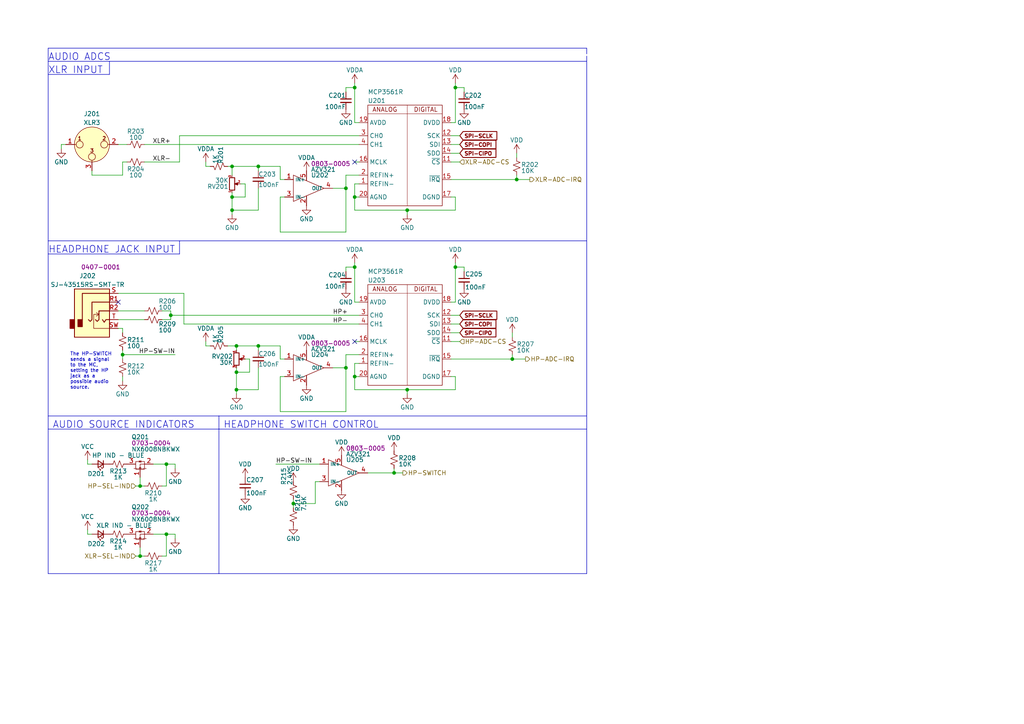
<source format=kicad_sch>
(kicad_sch (version 20211123) (generator eeschema)

  (uuid 789dbc0f-dce2-408e-bd5d-794298e3b6cb)

  (paper "A4")

  (title_block
    (title "LightDrum")
    (rev "REV8")
    (company "Daxxn Industries")
  )

  (lib_symbols
    (symbol "Connector:XLR3" (pin_names hide) (in_bom yes) (on_board yes)
      (property "Reference" "J" (id 0) (at 0 8.89 0)
        (effects (font (size 1.27 1.27)))
      )
      (property "Value" "XLR3" (id 1) (at 0 6.35 0)
        (effects (font (size 1.27 1.27)))
      )
      (property "Footprint" "" (id 2) (at 0 0 0)
        (effects (font (size 1.27 1.27)) hide)
      )
      (property "Datasheet" " ~" (id 3) (at 0 0 0)
        (effects (font (size 1.27 1.27)) hide)
      )
      (property "ki_keywords" "xlr connector" (id 4) (at 0 0 0)
        (effects (font (size 1.27 1.27)) hide)
      )
      (property "ki_description" "XLR Connector, Male or Female, 3 Pins" (id 5) (at 0 0 0)
        (effects (font (size 1.27 1.27)) hide)
      )
      (property "ki_fp_filters" "Jack*XLR*" (id 6) (at 0 0 0)
        (effects (font (size 1.27 1.27)) hide)
      )
      (symbol "XLR3_0_1"
        (circle (center -3.556 0) (radius 1.016)
          (stroke (width 0) (type default) (color 0 0 0 0))
          (fill (type none))
        )
        (circle (center 0 -3.556) (radius 1.016)
          (stroke (width 0) (type default) (color 0 0 0 0))
          (fill (type none))
        )
        (polyline
          (pts
            (xy -5.08 0)
            (xy -4.572 0)
          )
          (stroke (width 0) (type default) (color 0 0 0 0))
          (fill (type none))
        )
        (polyline
          (pts
            (xy 0 -5.08)
            (xy 0 -4.572)
          )
          (stroke (width 0) (type default) (color 0 0 0 0))
          (fill (type none))
        )
        (polyline
          (pts
            (xy 5.08 0)
            (xy 4.572 0)
          )
          (stroke (width 0) (type default) (color 0 0 0 0))
          (fill (type none))
        )
        (circle (center 0 0) (radius 5.08)
          (stroke (width 0) (type default) (color 0 0 0 0))
          (fill (type background))
        )
        (circle (center 3.556 0) (radius 1.016)
          (stroke (width 0) (type default) (color 0 0 0 0))
          (fill (type none))
        )
        (text "1" (at -3.556 1.778 0)
          (effects (font (size 1.016 1.016) bold))
        )
        (text "2" (at 3.556 1.778 0)
          (effects (font (size 1.016 1.016) bold))
        )
        (text "3" (at 0 -1.778 0)
          (effects (font (size 1.016 1.016) bold))
        )
        (pin passive line (at -7.62 0 0) (length 2.54)
          (name "~" (effects (font (size 1.27 1.27))))
          (number "1" (effects (font (size 1.27 1.27))))
        )
        (pin passive line (at 7.62 0 180) (length 2.54)
          (name "~" (effects (font (size 1.27 1.27))))
          (number "2" (effects (font (size 1.27 1.27))))
        )
        (pin passive line (at 0 -7.62 90) (length 2.54)
          (name "~" (effects (font (size 1.27 1.27))))
          (number "3" (effects (font (size 1.27 1.27))))
        )
      )
    )
    (symbol "Daxxn_Connectors:SJ-43515RS-SMT-TR" (in_bom yes) (on_board yes)
      (property "Reference" "J" (id 0) (at 0 8.89 0)
        (effects (font (size 1.27 1.27)))
      )
      (property "Value" "SJ-43515RS-SMT-TR" (id 1) (at 0 6.35 0)
        (effects (font (size 1.27 1.27)))
      )
      (property "Footprint" "Daxxn_Connectors:SJ-43515RS-SMT-TR" (id 2) (at 0 12.192 0)
        (effects (font (size 1.27 1.27)) hide)
      )
      (property "Datasheet" "%LOCAL_DATASHEETS%\\SJ-4351X-SMT.pdf" (id 3) (at 0 15.24 0)
        (effects (font (size 1.27 1.27)) hide)
      )
      (property "PartNumber" "0407-0001" (id 4) (at 0 10.16 0)
        (effects (font (size 1.27 1.27)))
      )
      (property "ki_keywords" "audio jack receptacle stereo headphones phones TRS connector" (id 5) (at 0 0 0)
        (effects (font (size 1.27 1.27)) hide)
      )
      (property "ki_description" "Audio Jack, 3 Poles (Stereo / TRS), Switched TR Poles (Normalling)" (id 6) (at 0 0 0)
        (effects (font (size 1.27 1.27)) hide)
      )
      (property "ki_fp_filters" "Jack*" (id 7) (at 0 0 0)
        (effects (font (size 1.27 1.27)) hide)
      )
      (symbol "SJ-43515RS-SMT-TR_0_1"
        (rectangle (start -7.62 -5.08) (end -8.89 -7.62)
          (stroke (width 0.254) (type default) (color 0 0 0 0))
          (fill (type outline))
        )
        (rectangle (start -7.62 3.81) (end 2.54 -10.16)
          (stroke (width 0.254) (type default) (color 0 0 0 0))
          (fill (type background))
        )
        (rectangle (start -6.604 -5.08) (end -5.334 -7.112)
          (stroke (width 0.254) (type default) (color 0 0 0 0))
          (fill (type outline))
        )
        (polyline
          (pts
            (xy -0.508 -3.556)
            (xy -1.27 -4.064)
          )
          (stroke (width 0) (type default) (color 0 0 0 0))
          (fill (type none))
        )
        (polyline
          (pts
            (xy -0.508 -3.556)
            (xy -1.27 -3.048)
          )
          (stroke (width 0) (type default) (color 0 0 0 0))
          (fill (type none))
        )
        (polyline
          (pts
            (xy 0.508 -5.08)
            (xy 1.016 -5.842)
            (xy 1.524 -5.08)
            (xy 2.54 -5.08)
          )
          (stroke (width 0.254) (type default) (color 0 0 0 0))
          (fill (type none))
        )
        (polyline
          (pts
            (xy 2.54 -7.62)
            (xy -2.032 -7.62)
            (xy -2.032 -3.556)
            (xy -0.508 -3.556)
          )
          (stroke (width 0) (type default) (color 0 0 0 0))
          (fill (type none))
        )
        (polyline
          (pts
            (xy -1.524 -5.08)
            (xy -1.016 -5.588)
            (xy -0.508 -5.08)
            (xy -0.508 -2.54)
            (xy 2.54 -2.54)
          )
          (stroke (width 0.254) (type default) (color 0 0 0 0))
          (fill (type none))
        )
        (polyline
          (pts
            (xy 2.54 0)
            (xy -2.54 0)
            (xy -2.54 -5.08)
            (xy -3.048 -5.588)
            (xy -3.556 -5.08)
          )
          (stroke (width 0.254) (type default) (color 0 0 0 0))
          (fill (type none))
        )
        (polyline
          (pts
            (xy 2.54 2.54)
            (xy -5.334 2.54)
            (xy -5.334 -5.08)
            (xy -5.334 -5.08)
            (xy -5.334 -5.08)
          )
          (stroke (width 0.254) (type default) (color 0 0 0 0))
          (fill (type none))
        )
      )
      (symbol "SJ-43515RS-SMT-TR_1_1"
        (pin passive line (at 5.08 0 180) (length 2.54)
          (name "~" (effects (font (size 1.27 1.27))))
          (number "R1" (effects (font (size 1.27 1.27))))
        )
        (pin passive line (at 5.08 -2.54 180) (length 2.54)
          (name "~" (effects (font (size 1.27 1.27))))
          (number "R2" (effects (font (size 1.27 1.27))))
        )
        (pin passive line (at 5.08 2.54 180) (length 2.54)
          (name "~" (effects (font (size 1.27 1.27))))
          (number "S" (effects (font (size 1.27 1.27))))
        )
        (pin passive line (at 5.08 -7.62 180) (length 2.54)
          (name "~" (effects (font (size 1.27 1.27))))
          (number "SW" (effects (font (size 1.27 1.27))))
        )
        (pin passive line (at 5.08 -5.08 180) (length 2.54)
          (name "~" (effects (font (size 1.27 1.27))))
          (number "T" (effects (font (size 1.27 1.27))))
        )
      )
    )
    (symbol "Daxxn_IC:MCP3561R" (in_bom yes) (on_board yes)
      (property "Reference" "U" (id 0) (at 0 3.81 0)
        (effects (font (size 1.27 1.27)) (justify left))
      )
      (property "Value" "MCP3561R" (id 1) (at 0 6.35 0)
        (effects (font (size 1.27 1.27)) (justify left))
      )
      (property "Footprint" "Package_DFN_QFN:QFN-20-1EP_3x3mm_P0.4mm_EP1.65x1.65mm" (id 2) (at 10.16 11.43 0)
        (effects (font (size 1.27 1.27)) hide)
      )
      (property "Datasheet" "%LOCAL_DATASHEETS%/MCP3561R.pdf" (id 3) (at 10.16 8.89 0)
        (effects (font (size 1.27 1.27)) hide)
      )
      (property "ki_keywords" "adc 24bit deltasigma ds" (id 4) (at 0 0 0)
        (effects (font (size 1.27 1.27)) hide)
      )
      (property "ki_description" "24 BIT 2 Channel Delta-Sigma ADC W/ Internal Reference" (id 5) (at 0 0 0)
        (effects (font (size 1.27 1.27)) hide)
      )
      (symbol "MCP3561R_0_0"
        (text "ANALOG" (at 1.27 1.27 0)
          (effects (font (size 1.27 1.27)) (justify left))
        )
        (text "DIGITAL" (at 20.32 1.27 0)
          (effects (font (size 1.27 1.27)) (justify right))
        )
        (pin input line (at -2.54 -20.32 0) (length 2.54)
          (name "REFIN-" (effects (font (size 1.27 1.27))))
          (number "1" (effects (font (size 1.27 1.27))))
        )
        (pin no_connect line (at 11.43 -29.21 0) (length 2.54) hide
          (name "NC" (effects (font (size 1.27 1.27))))
          (number "10" (effects (font (size 1.27 1.27))))
        )
        (pin input line (at 24.13 -13.97 180) (length 2.54)
          (name "~{CS}" (effects (font (size 1.27 1.27))))
          (number "11" (effects (font (size 1.27 1.27))))
        )
        (pin input line (at 24.13 -6.35 180) (length 2.54)
          (name "SCK" (effects (font (size 1.27 1.27))))
          (number "12" (effects (font (size 1.27 1.27))))
        )
        (pin input line (at 24.13 -8.89 180) (length 2.54)
          (name "SDI" (effects (font (size 1.27 1.27))))
          (number "13" (effects (font (size 1.27 1.27))))
        )
        (pin output line (at 24.13 -11.43 180) (length 2.54)
          (name "SDO" (effects (font (size 1.27 1.27))))
          (number "14" (effects (font (size 1.27 1.27))))
        )
        (pin output line (at 24.13 -19.05 180) (length 2.54)
          (name "~{IRQ}" (effects (font (size 1.27 1.27))))
          (number "15" (effects (font (size 1.27 1.27))))
          (alternate "MDAT" output line)
        )
        (pin input line (at -2.54 -13.97 0) (length 2.54)
          (name "MCLK" (effects (font (size 1.27 1.27))))
          (number "16" (effects (font (size 1.27 1.27))))
          (alternate "ACLK-OUT" output line)
        )
        (pin power_in line (at 24.13 -24.13 180) (length 2.54)
          (name "DGND" (effects (font (size 1.27 1.27))))
          (number "17" (effects (font (size 1.27 1.27))))
        )
        (pin power_in line (at 24.13 -2.54 180) (length 2.54)
          (name "DVDD" (effects (font (size 1.27 1.27))))
          (number "18" (effects (font (size 1.27 1.27))))
        )
        (pin power_in line (at -2.54 -2.54 0) (length 2.54)
          (name "AVDD" (effects (font (size 1.27 1.27))))
          (number "19" (effects (font (size 1.27 1.27))))
        )
        (pin input line (at -2.54 -17.78 0) (length 2.54)
          (name "REFIN+" (effects (font (size 1.27 1.27))))
          (number "2" (effects (font (size 1.27 1.27))))
          (alternate "REFOUT" output line)
        )
        (pin power_in line (at -2.54 -24.13 0) (length 2.54)
          (name "AGND" (effects (font (size 1.27 1.27))))
          (number "20" (effects (font (size 1.27 1.27))))
        )
        (pin power_in line (at -2.54 -24.13 0) (length 2.54) hide
          (name "AGND" (effects (font (size 1.27 1.27))))
          (number "21" (effects (font (size 1.27 1.27))))
        )
        (pin input line (at -2.54 -6.35 0) (length 2.54)
          (name "CH0" (effects (font (size 1.27 1.27))))
          (number "3" (effects (font (size 1.27 1.27))))
          (alternate "CH-" input line)
        )
        (pin input line (at -2.54 -8.89 0) (length 2.54)
          (name "CH1" (effects (font (size 1.27 1.27))))
          (number "4" (effects (font (size 1.27 1.27))))
          (alternate "CH+" input line)
        )
        (pin no_connect line (at 11.43 -29.21 0) (length 2.54) hide
          (name "NC" (effects (font (size 1.27 1.27))))
          (number "5" (effects (font (size 1.27 1.27))))
        )
        (pin no_connect line (at 11.43 -29.21 0) (length 2.54) hide
          (name "NC" (effects (font (size 1.27 1.27))))
          (number "6" (effects (font (size 1.27 1.27))))
        )
        (pin no_connect line (at 11.43 -29.21 0) (length 2.54) hide
          (name "NC" (effects (font (size 1.27 1.27))))
          (number "7" (effects (font (size 1.27 1.27))))
        )
        (pin no_connect line (at 11.43 -29.21 0) (length 2.54) hide
          (name "NC" (effects (font (size 1.27 1.27))))
          (number "8" (effects (font (size 1.27 1.27))))
        )
        (pin no_connect line (at 11.43 -29.21 0) (length 2.54) hide
          (name "NC" (effects (font (size 1.27 1.27))))
          (number "9" (effects (font (size 1.27 1.27))))
        )
      )
      (symbol "MCP3561R_0_1"
        (polyline
          (pts
            (xy 0 0)
            (xy 21.59 0)
          )
          (stroke (width 0.1) (type default) (color 0 0 0 0))
          (fill (type none))
        )
        (polyline
          (pts
            (xy 11.43 2.54)
            (xy 11.43 -26.67)
          )
          (stroke (width 0.1) (type default) (color 0 0 0 0))
          (fill (type none))
        )
        (rectangle (start 0 2.54) (end 21.59 -26.67)
          (stroke (width 0) (type default) (color 0 0 0 0))
          (fill (type none))
        )
      )
    )
    (symbol "Daxxn_OPAMP:AZV321" (in_bom yes) (on_board yes)
      (property "Reference" "U" (id 0) (at 5.08 3.81 0)
        (effects (font (size 1.27 1.27)) (justify left))
      )
      (property "Value" "AZV321" (id 1) (at 5.08 5.461 0)
        (effects (font (size 1.27 1.27)) (justify left))
      )
      (property "Footprint" "Package_TO_SOT_SMD:SOT-23-5" (id 2) (at 1.27 13.97 0)
        (effects (font (size 1.27 1.27)) hide)
      )
      (property "Datasheet" "%LOCAL_DATASHEETS%\\AZV321.pdf" (id 3) (at 0 17.78 0)
        (effects (font (size 1.27 1.27)) hide)
      )
      (property "PartNumber" "0803-0005" (id 4) (at 5.08 7.112 0)
        (effects (font (size 1.27 1.27)) (justify left))
      )
      (property "ki_keywords" "lp opamp rtr" (id 5) (at 0 0 0)
        (effects (font (size 1.27 1.27)) hide)
      )
      (property "ki_description" "Low Voltage, Rail to Rail Opamp" (id 6) (at 0 0 0)
        (effects (font (size 1.27 1.27)) hide)
      )
      (symbol "AZV321_0_0"
        (pin bidirectional line (at -2.54 2.54 0) (length 2.54)
          (name "IN+" (effects (font (size 1 1))))
          (number "1" (effects (font (size 1.27 1.27))))
        )
        (pin power_in line (at 3.81 -5.08 90) (length 2.82)
          (name "V-" (effects (font (size 0 0))))
          (number "2" (effects (font (size 1.27 1.27))))
        )
        (pin bidirectional line (at -2.54 -2.54 0) (length 2.54)
          (name "IN-" (effects (font (size 1 1))))
          (number "3" (effects (font (size 1.27 1.27))))
        )
        (pin bidirectional line (at 11.43 0 180) (length 2.54)
          (name "OUT" (effects (font (size 1 1))))
          (number "4" (effects (font (size 1.27 1.27))))
        )
        (pin power_in line (at 3.81 5.08 270) (length 2.82)
          (name "V+" (effects (font (size 0 0))))
          (number "5" (effects (font (size 1.27 1.27))))
        )
      )
      (symbol "AZV321_0_1"
        (polyline
          (pts
            (xy 0 3.81)
            (xy 8.89 0)
            (xy 0 -3.81)
            (xy 0 3.81)
          )
          (stroke (width 0) (type default) (color 0 0 0 0))
          (fill (type none))
        )
      )
    )
    (symbol "Daxxn_Transistors:NX6008NBKWX" (in_bom yes) (on_board yes)
      (property "Reference" "Q" (id 0) (at 2.54 -1.27 0)
        (effects (font (size 1.27 1.27)) (justify left))
      )
      (property "Value" "NX6008NBKWX" (id 1) (at 2.54 1.27 0)
        (effects (font (size 1.27 1.27)) (justify left))
      )
      (property "Footprint" "Package_TO_SOT_SMD:SOT-323_SC-70" (id 2) (at 1.27 15.24 0)
        (effects (font (size 1.27 1.27)) hide)
      )
      (property "Datasheet" "%LOCAL_DATASHEETS%/NX6008NBKW.pdf" (id 3) (at 1.27 12.7 0)
        (effects (font (size 1.27 1.27)) hide)
      )
      (property "PartNumber" "0703-0004" (id 4) (at 2.54 3.81 0)
        (effects (font (size 1.27 1.27)) (justify left))
      )
      (property "ki_keywords" "n-ch mosfet fet signal" (id 5) (at 0 0 0)
        (effects (font (size 1.27 1.27)) hide)
      )
      (property "ki_description" "N-Channel 60 V 250mA (Ta) 270mW (Ta), 1.5W (Tc) SMD SOT-323" (id 6) (at 0 0 0)
        (effects (font (size 1.27 1.27)) hide)
      )
      (symbol "NX6008NBKWX_0_0"
        (pin input line (at -2.54 0 0) (length 2.25)
          (name "G" (effects (font (size 0 0))))
          (number "1" (effects (font (size 1.27 1.27))))
        )
        (pin bidirectional line (at 1.27 -3.81 90) (length 2.54)
          (name "S" (effects (font (size 0 0))))
          (number "2" (effects (font (size 1.27 1.27))))
        )
        (pin bidirectional line (at 1.27 3.81 270) (length 2.54)
          (name "D" (effects (font (size 0 0))))
          (number "3" (effects (font (size 1.27 1.27))))
        )
      )
      (symbol "NX6008NBKWX_0_1"
        (polyline
          (pts
            (xy -0.254 -1.27)
            (xy -0.254 1.27)
          )
          (stroke (width 0) (type default) (color 0 0 0 0))
          (fill (type none))
        )
        (polyline
          (pts
            (xy 0 -1.778)
            (xy 0 -0.762)
          )
          (stroke (width 0) (type default) (color 0 0 0 0))
          (fill (type none))
        )
        (polyline
          (pts
            (xy 0 -0.508)
            (xy 0 0.508)
          )
          (stroke (width 0) (type default) (color 0 0 0 0))
          (fill (type none))
        )
        (polyline
          (pts
            (xy 0 1.778)
            (xy 0 0.762)
          )
          (stroke (width 0) (type default) (color 0 0 0 0))
          (fill (type none))
        )
        (polyline
          (pts
            (xy 1.778 0.254)
            (xy 2.286 0.254)
          )
          (stroke (width 0) (type default) (color 0 0 0 0))
          (fill (type none))
        )
        (polyline
          (pts
            (xy 0 -1.27)
            (xy 1.27 -1.27)
            (xy 1.27 -1.27)
          )
          (stroke (width 0) (type default) (color 0 0 0 0))
          (fill (type none))
        )
        (polyline
          (pts
            (xy 0 1.27)
            (xy 1.27 1.27)
            (xy 1.27 1.27)
          )
          (stroke (width 0) (type default) (color 0 0 0 0))
          (fill (type none))
        )
        (polyline
          (pts
            (xy 1.27 -1.27)
            (xy 1.27 0)
            (xy 0 0)
          )
          (stroke (width 0) (type default) (color 0 0 0 0))
          (fill (type none))
        )
        (polyline
          (pts
            (xy 0 0)
            (xy 0.254 0.254)
            (xy 0.254 -0.254)
            (xy 0 0)
          )
          (stroke (width 0) (type default) (color 0 0 0 0))
          (fill (type none))
        )
        (polyline
          (pts
            (xy 1.27 -1.27)
            (xy 2.032 -1.27)
            (xy 2.032 1.27)
            (xy 1.27 1.27)
          )
          (stroke (width 0) (type default) (color 0 0 0 0))
          (fill (type none))
        )
        (polyline
          (pts
            (xy 2.032 0.254)
            (xy 1.778 -0.254)
            (xy 2.286 -0.254)
            (xy 2.032 0.254)
          )
          (stroke (width 0) (type default) (color 0 0 0 0))
          (fill (type outline))
        )
      )
    )
    (symbol "Device:C_Small" (pin_numbers hide) (pin_names (offset 0.254) hide) (in_bom yes) (on_board yes)
      (property "Reference" "C" (id 0) (at 0.254 1.778 0)
        (effects (font (size 1.27 1.27)) (justify left))
      )
      (property "Value" "C_Small" (id 1) (at 0.254 -2.032 0)
        (effects (font (size 1.27 1.27)) (justify left))
      )
      (property "Footprint" "" (id 2) (at 0 0 0)
        (effects (font (size 1.27 1.27)) hide)
      )
      (property "Datasheet" "~" (id 3) (at 0 0 0)
        (effects (font (size 1.27 1.27)) hide)
      )
      (property "ki_keywords" "capacitor cap" (id 4) (at 0 0 0)
        (effects (font (size 1.27 1.27)) hide)
      )
      (property "ki_description" "Unpolarized capacitor, small symbol" (id 5) (at 0 0 0)
        (effects (font (size 1.27 1.27)) hide)
      )
      (property "ki_fp_filters" "C_*" (id 6) (at 0 0 0)
        (effects (font (size 1.27 1.27)) hide)
      )
      (symbol "C_Small_0_1"
        (polyline
          (pts
            (xy -1.524 -0.508)
            (xy 1.524 -0.508)
          )
          (stroke (width 0.3302) (type default) (color 0 0 0 0))
          (fill (type none))
        )
        (polyline
          (pts
            (xy -1.524 0.508)
            (xy 1.524 0.508)
          )
          (stroke (width 0.3048) (type default) (color 0 0 0 0))
          (fill (type none))
        )
      )
      (symbol "C_Small_1_1"
        (pin passive line (at 0 2.54 270) (length 2.032)
          (name "~" (effects (font (size 1.27 1.27))))
          (number "1" (effects (font (size 1.27 1.27))))
        )
        (pin passive line (at 0 -2.54 90) (length 2.032)
          (name "~" (effects (font (size 1.27 1.27))))
          (number "2" (effects (font (size 1.27 1.27))))
        )
      )
    )
    (symbol "Device:LED_Small" (pin_numbers hide) (pin_names (offset 0.254) hide) (in_bom yes) (on_board yes)
      (property "Reference" "D" (id 0) (at -1.27 3.175 0)
        (effects (font (size 1.27 1.27)) (justify left))
      )
      (property "Value" "LED_Small" (id 1) (at -4.445 -2.54 0)
        (effects (font (size 1.27 1.27)) (justify left))
      )
      (property "Footprint" "" (id 2) (at 0 0 90)
        (effects (font (size 1.27 1.27)) hide)
      )
      (property "Datasheet" "~" (id 3) (at 0 0 90)
        (effects (font (size 1.27 1.27)) hide)
      )
      (property "ki_keywords" "LED diode light-emitting-diode" (id 4) (at 0 0 0)
        (effects (font (size 1.27 1.27)) hide)
      )
      (property "ki_description" "Light emitting diode, small symbol" (id 5) (at 0 0 0)
        (effects (font (size 1.27 1.27)) hide)
      )
      (property "ki_fp_filters" "LED* LED_SMD:* LED_THT:*" (id 6) (at 0 0 0)
        (effects (font (size 1.27 1.27)) hide)
      )
      (symbol "LED_Small_0_1"
        (polyline
          (pts
            (xy -0.762 -1.016)
            (xy -0.762 1.016)
          )
          (stroke (width 0.254) (type default) (color 0 0 0 0))
          (fill (type none))
        )
        (polyline
          (pts
            (xy 1.016 0)
            (xy -0.762 0)
          )
          (stroke (width 0) (type default) (color 0 0 0 0))
          (fill (type none))
        )
        (polyline
          (pts
            (xy 0.762 -1.016)
            (xy -0.762 0)
            (xy 0.762 1.016)
            (xy 0.762 -1.016)
          )
          (stroke (width 0.254) (type default) (color 0 0 0 0))
          (fill (type none))
        )
        (polyline
          (pts
            (xy 0 0.762)
            (xy -0.508 1.27)
            (xy -0.254 1.27)
            (xy -0.508 1.27)
            (xy -0.508 1.016)
          )
          (stroke (width 0) (type default) (color 0 0 0 0))
          (fill (type none))
        )
        (polyline
          (pts
            (xy 0.508 1.27)
            (xy 0 1.778)
            (xy 0.254 1.778)
            (xy 0 1.778)
            (xy 0 1.524)
          )
          (stroke (width 0) (type default) (color 0 0 0 0))
          (fill (type none))
        )
      )
      (symbol "LED_Small_1_1"
        (pin passive line (at -2.54 0 0) (length 1.778)
          (name "K" (effects (font (size 1.27 1.27))))
          (number "1" (effects (font (size 1.27 1.27))))
        )
        (pin passive line (at 2.54 0 180) (length 1.778)
          (name "A" (effects (font (size 1.27 1.27))))
          (number "2" (effects (font (size 1.27 1.27))))
        )
      )
    )
    (symbol "Device:R_Potentiometer_Small" (pin_names (offset 1.016) hide) (in_bom yes) (on_board yes)
      (property "Reference" "RV" (id 0) (at -4.445 0 90)
        (effects (font (size 1.27 1.27)))
      )
      (property "Value" "R_Potentiometer_Small" (id 1) (at -2.54 0 90)
        (effects (font (size 1.27 1.27)))
      )
      (property "Footprint" "" (id 2) (at 0 0 0)
        (effects (font (size 1.27 1.27)) hide)
      )
      (property "Datasheet" "~" (id 3) (at 0 0 0)
        (effects (font (size 1.27 1.27)) hide)
      )
      (property "ki_keywords" "resistor variable" (id 4) (at 0 0 0)
        (effects (font (size 1.27 1.27)) hide)
      )
      (property "ki_description" "Potentiometer" (id 5) (at 0 0 0)
        (effects (font (size 1.27 1.27)) hide)
      )
      (property "ki_fp_filters" "Potentiometer*" (id 6) (at 0 0 0)
        (effects (font (size 1.27 1.27)) hide)
      )
      (symbol "R_Potentiometer_Small_0_1"
        (polyline
          (pts
            (xy 0.889 0)
            (xy 0.635 0)
            (xy 1.651 0.381)
            (xy 1.651 -0.381)
            (xy 0.635 0)
            (xy 0.889 0)
          )
          (stroke (width 0) (type default) (color 0 0 0 0))
          (fill (type outline))
        )
        (rectangle (start 0.762 1.8034) (end -0.762 -1.8034)
          (stroke (width 0.254) (type default) (color 0 0 0 0))
          (fill (type none))
        )
      )
      (symbol "R_Potentiometer_Small_1_1"
        (pin passive line (at 0 2.54 270) (length 0.635)
          (name "1" (effects (font (size 0.635 0.635))))
          (number "1" (effects (font (size 0.635 0.635))))
        )
        (pin passive line (at 2.54 0 180) (length 0.9906)
          (name "2" (effects (font (size 0.635 0.635))))
          (number "2" (effects (font (size 0.635 0.635))))
        )
        (pin passive line (at 0 -2.54 90) (length 0.635)
          (name "3" (effects (font (size 0.635 0.635))))
          (number "3" (effects (font (size 0.635 0.635))))
        )
      )
    )
    (symbol "Device:R_Small_US" (pin_numbers hide) (pin_names (offset 0.254) hide) (in_bom yes) (on_board yes)
      (property "Reference" "R" (id 0) (at 0.762 0.508 0)
        (effects (font (size 1.27 1.27)) (justify left))
      )
      (property "Value" "R_Small_US" (id 1) (at 0.762 -1.016 0)
        (effects (font (size 1.27 1.27)) (justify left))
      )
      (property "Footprint" "" (id 2) (at 0 0 0)
        (effects (font (size 1.27 1.27)) hide)
      )
      (property "Datasheet" "~" (id 3) (at 0 0 0)
        (effects (font (size 1.27 1.27)) hide)
      )
      (property "ki_keywords" "r resistor" (id 4) (at 0 0 0)
        (effects (font (size 1.27 1.27)) hide)
      )
      (property "ki_description" "Resistor, small US symbol" (id 5) (at 0 0 0)
        (effects (font (size 1.27 1.27)) hide)
      )
      (property "ki_fp_filters" "R_*" (id 6) (at 0 0 0)
        (effects (font (size 1.27 1.27)) hide)
      )
      (symbol "R_Small_US_1_1"
        (polyline
          (pts
            (xy 0 0)
            (xy 1.016 -0.381)
            (xy 0 -0.762)
            (xy -1.016 -1.143)
            (xy 0 -1.524)
          )
          (stroke (width 0) (type default) (color 0 0 0 0))
          (fill (type none))
        )
        (polyline
          (pts
            (xy 0 1.524)
            (xy 1.016 1.143)
            (xy 0 0.762)
            (xy -1.016 0.381)
            (xy 0 0)
          )
          (stroke (width 0) (type default) (color 0 0 0 0))
          (fill (type none))
        )
        (pin passive line (at 0 2.54 270) (length 1.016)
          (name "~" (effects (font (size 1.27 1.27))))
          (number "1" (effects (font (size 1.27 1.27))))
        )
        (pin passive line (at 0 -2.54 90) (length 1.016)
          (name "~" (effects (font (size 1.27 1.27))))
          (number "2" (effects (font (size 1.27 1.27))))
        )
      )
    )
    (symbol "MCP3561R_1" (in_bom yes) (on_board yes)
      (property "Reference" "U" (id 0) (at 0 3.81 0)
        (effects (font (size 1.27 1.27)) (justify left))
      )
      (property "Value" "MCP3561R_1" (id 1) (at 0 6.35 0)
        (effects (font (size 1.27 1.27)) (justify left))
      )
      (property "Footprint" "Package_DFN_QFN:QFN-20-1EP_3x3mm_P0.4mm_EP1.65x1.65mm" (id 2) (at 10.16 11.43 0)
        (effects (font (size 1.27 1.27)) hide)
      )
      (property "Datasheet" "%LOCAL_DATASHEETS%/MCP3561R.pdf" (id 3) (at 10.16 8.89 0)
        (effects (font (size 1.27 1.27)) hide)
      )
      (property "ki_keywords" "adc 24bit deltasigma ds" (id 4) (at 0 0 0)
        (effects (font (size 1.27 1.27)) hide)
      )
      (property "ki_description" "24 BIT 2 Channel Delta-Sigma ADC W/ Internal Reference" (id 5) (at 0 0 0)
        (effects (font (size 1.27 1.27)) hide)
      )
      (symbol "MCP3561R_1_0_0"
        (text "ANALOG" (at 1.27 1.27 0)
          (effects (font (size 1.27 1.27)) (justify left))
        )
        (text "DIGITAL" (at 20.32 1.27 0)
          (effects (font (size 1.27 1.27)) (justify right))
        )
        (pin input line (at -2.54 -20.32 0) (length 2.54)
          (name "REFIN-" (effects (font (size 1.27 1.27))))
          (number "1" (effects (font (size 1.27 1.27))))
        )
        (pin no_connect line (at 11.43 -29.21 0) (length 2.54) hide
          (name "NC" (effects (font (size 1.27 1.27))))
          (number "10" (effects (font (size 1.27 1.27))))
        )
        (pin input line (at 24.13 -13.97 180) (length 2.54)
          (name "~{CS}" (effects (font (size 1.27 1.27))))
          (number "11" (effects (font (size 1.27 1.27))))
        )
        (pin input line (at 24.13 -6.35 180) (length 2.54)
          (name "SCK" (effects (font (size 1.27 1.27))))
          (number "12" (effects (font (size 1.27 1.27))))
        )
        (pin input line (at 24.13 -8.89 180) (length 2.54)
          (name "SDI" (effects (font (size 1.27 1.27))))
          (number "13" (effects (font (size 1.27 1.27))))
        )
        (pin output line (at 24.13 -11.43 180) (length 2.54)
          (name "SDO" (effects (font (size 1.27 1.27))))
          (number "14" (effects (font (size 1.27 1.27))))
        )
        (pin output line (at 24.13 -19.05 180) (length 2.54)
          (name "~{IRQ}" (effects (font (size 1.27 1.27))))
          (number "15" (effects (font (size 1.27 1.27))))
          (alternate "MDAT" output line)
        )
        (pin input line (at -2.54 -13.97 0) (length 2.54)
          (name "MCLK" (effects (font (size 1.27 1.27))))
          (number "16" (effects (font (size 1.27 1.27))))
          (alternate "ACLK-OUT" output line)
        )
        (pin power_in line (at 24.13 -24.13 180) (length 2.54)
          (name "DGND" (effects (font (size 1.27 1.27))))
          (number "17" (effects (font (size 1.27 1.27))))
        )
        (pin power_in line (at 24.13 -2.54 180) (length 2.54)
          (name "DVDD" (effects (font (size 1.27 1.27))))
          (number "18" (effects (font (size 1.27 1.27))))
        )
        (pin power_in line (at -2.54 -2.54 0) (length 2.54)
          (name "AVDD" (effects (font (size 1.27 1.27))))
          (number "19" (effects (font (size 1.27 1.27))))
        )
        (pin input line (at -2.54 -17.78 0) (length 2.54)
          (name "REFIN+" (effects (font (size 1.27 1.27))))
          (number "2" (effects (font (size 1.27 1.27))))
          (alternate "REFOUT" output line)
        )
        (pin power_in line (at -2.54 -24.13 0) (length 2.54)
          (name "AGND" (effects (font (size 1.27 1.27))))
          (number "20" (effects (font (size 1.27 1.27))))
        )
        (pin power_in line (at -2.54 -24.13 0) (length 2.54) hide
          (name "AGND" (effects (font (size 1.27 1.27))))
          (number "21" (effects (font (size 1.27 1.27))))
        )
        (pin input line (at -2.54 -6.35 0) (length 2.54)
          (name "CH0" (effects (font (size 1.27 1.27))))
          (number "3" (effects (font (size 1.27 1.27))))
          (alternate "CH-" input line)
        )
        (pin input line (at -2.54 -8.89 0) (length 2.54)
          (name "CH1" (effects (font (size 1.27 1.27))))
          (number "4" (effects (font (size 1.27 1.27))))
          (alternate "CH+" input line)
        )
        (pin no_connect line (at 11.43 -29.21 0) (length 2.54) hide
          (name "NC" (effects (font (size 1.27 1.27))))
          (number "5" (effects (font (size 1.27 1.27))))
        )
        (pin no_connect line (at 11.43 -29.21 0) (length 2.54) hide
          (name "NC" (effects (font (size 1.27 1.27))))
          (number "6" (effects (font (size 1.27 1.27))))
        )
        (pin no_connect line (at 11.43 -29.21 0) (length 2.54) hide
          (name "NC" (effects (font (size 1.27 1.27))))
          (number "7" (effects (font (size 1.27 1.27))))
        )
        (pin no_connect line (at 11.43 -29.21 0) (length 2.54) hide
          (name "NC" (effects (font (size 1.27 1.27))))
          (number "8" (effects (font (size 1.27 1.27))))
        )
        (pin no_connect line (at 11.43 -29.21 0) (length 2.54) hide
          (name "NC" (effects (font (size 1.27 1.27))))
          (number "9" (effects (font (size 1.27 1.27))))
        )
      )
      (symbol "MCP3561R_1_0_1"
        (polyline
          (pts
            (xy 0 0)
            (xy 21.59 0)
          )
          (stroke (width 0.1) (type default) (color 0 0 0 0))
          (fill (type none))
        )
        (polyline
          (pts
            (xy 11.43 2.54)
            (xy 11.43 -26.67)
          )
          (stroke (width 0.1) (type default) (color 0 0 0 0))
          (fill (type none))
        )
        (rectangle (start 0 2.54) (end 21.59 -26.67)
          (stroke (width 0) (type default) (color 0 0 0 0))
          (fill (type none))
        )
      )
    )
    (symbol "power:GND" (power) (pin_names (offset 0)) (in_bom yes) (on_board yes)
      (property "Reference" "#PWR" (id 0) (at 0 -6.35 0)
        (effects (font (size 1.27 1.27)) hide)
      )
      (property "Value" "GND" (id 1) (at 0 -3.81 0)
        (effects (font (size 1.27 1.27)))
      )
      (property "Footprint" "" (id 2) (at 0 0 0)
        (effects (font (size 1.27 1.27)) hide)
      )
      (property "Datasheet" "" (id 3) (at 0 0 0)
        (effects (font (size 1.27 1.27)) hide)
      )
      (property "ki_keywords" "power-flag" (id 4) (at 0 0 0)
        (effects (font (size 1.27 1.27)) hide)
      )
      (property "ki_description" "Power symbol creates a global label with name \"GND\" , ground" (id 5) (at 0 0 0)
        (effects (font (size 1.27 1.27)) hide)
      )
      (symbol "GND_0_1"
        (polyline
          (pts
            (xy 0 0)
            (xy 0 -1.27)
            (xy 1.27 -1.27)
            (xy 0 -2.54)
            (xy -1.27 -1.27)
            (xy 0 -1.27)
          )
          (stroke (width 0) (type default) (color 0 0 0 0))
          (fill (type none))
        )
      )
      (symbol "GND_1_1"
        (pin power_in line (at 0 0 270) (length 0) hide
          (name "GND" (effects (font (size 1.27 1.27))))
          (number "1" (effects (font (size 1.27 1.27))))
        )
      )
    )
    (symbol "power:VCC" (power) (pin_names (offset 0)) (in_bom yes) (on_board yes)
      (property "Reference" "#PWR" (id 0) (at 0 -3.81 0)
        (effects (font (size 1.27 1.27)) hide)
      )
      (property "Value" "VCC" (id 1) (at 0 3.81 0)
        (effects (font (size 1.27 1.27)))
      )
      (property "Footprint" "" (id 2) (at 0 0 0)
        (effects (font (size 1.27 1.27)) hide)
      )
      (property "Datasheet" "" (id 3) (at 0 0 0)
        (effects (font (size 1.27 1.27)) hide)
      )
      (property "ki_keywords" "power-flag" (id 4) (at 0 0 0)
        (effects (font (size 1.27 1.27)) hide)
      )
      (property "ki_description" "Power symbol creates a global label with name \"VCC\"" (id 5) (at 0 0 0)
        (effects (font (size 1.27 1.27)) hide)
      )
      (symbol "VCC_0_1"
        (polyline
          (pts
            (xy -0.762 1.27)
            (xy 0 2.54)
          )
          (stroke (width 0) (type default) (color 0 0 0 0))
          (fill (type none))
        )
        (polyline
          (pts
            (xy 0 0)
            (xy 0 2.54)
          )
          (stroke (width 0) (type default) (color 0 0 0 0))
          (fill (type none))
        )
        (polyline
          (pts
            (xy 0 2.54)
            (xy 0.762 1.27)
          )
          (stroke (width 0) (type default) (color 0 0 0 0))
          (fill (type none))
        )
      )
      (symbol "VCC_1_1"
        (pin power_in line (at 0 0 90) (length 0) hide
          (name "VCC" (effects (font (size 1.27 1.27))))
          (number "1" (effects (font (size 1.27 1.27))))
        )
      )
    )
    (symbol "power:VDD" (power) (pin_names (offset 0)) (in_bom yes) (on_board yes)
      (property "Reference" "#PWR" (id 0) (at 0 -3.81 0)
        (effects (font (size 1.27 1.27)) hide)
      )
      (property "Value" "VDD" (id 1) (at 0 3.81 0)
        (effects (font (size 1.27 1.27)))
      )
      (property "Footprint" "" (id 2) (at 0 0 0)
        (effects (font (size 1.27 1.27)) hide)
      )
      (property "Datasheet" "" (id 3) (at 0 0 0)
        (effects (font (size 1.27 1.27)) hide)
      )
      (property "ki_keywords" "power-flag" (id 4) (at 0 0 0)
        (effects (font (size 1.27 1.27)) hide)
      )
      (property "ki_description" "Power symbol creates a global label with name \"VDD\"" (id 5) (at 0 0 0)
        (effects (font (size 1.27 1.27)) hide)
      )
      (symbol "VDD_0_1"
        (polyline
          (pts
            (xy -0.762 1.27)
            (xy 0 2.54)
          )
          (stroke (width 0) (type default) (color 0 0 0 0))
          (fill (type none))
        )
        (polyline
          (pts
            (xy 0 0)
            (xy 0 2.54)
          )
          (stroke (width 0) (type default) (color 0 0 0 0))
          (fill (type none))
        )
        (polyline
          (pts
            (xy 0 2.54)
            (xy 0.762 1.27)
          )
          (stroke (width 0) (type default) (color 0 0 0 0))
          (fill (type none))
        )
      )
      (symbol "VDD_1_1"
        (pin power_in line (at 0 0 90) (length 0) hide
          (name "VDD" (effects (font (size 1.27 1.27))))
          (number "1" (effects (font (size 1.27 1.27))))
        )
      )
    )
    (symbol "power:VDDA" (power) (pin_names (offset 0)) (in_bom yes) (on_board yes)
      (property "Reference" "#PWR" (id 0) (at 0 -3.81 0)
        (effects (font (size 1.27 1.27)) hide)
      )
      (property "Value" "VDDA" (id 1) (at 0 3.81 0)
        (effects (font (size 1.27 1.27)))
      )
      (property "Footprint" "" (id 2) (at 0 0 0)
        (effects (font (size 1.27 1.27)) hide)
      )
      (property "Datasheet" "" (id 3) (at 0 0 0)
        (effects (font (size 1.27 1.27)) hide)
      )
      (property "ki_keywords" "power-flag" (id 4) (at 0 0 0)
        (effects (font (size 1.27 1.27)) hide)
      )
      (property "ki_description" "Power symbol creates a global label with name \"VDDA\"" (id 5) (at 0 0 0)
        (effects (font (size 1.27 1.27)) hide)
      )
      (symbol "VDDA_0_1"
        (polyline
          (pts
            (xy -0.762 1.27)
            (xy 0 2.54)
          )
          (stroke (width 0) (type default) (color 0 0 0 0))
          (fill (type none))
        )
        (polyline
          (pts
            (xy 0 0)
            (xy 0 2.54)
          )
          (stroke (width 0) (type default) (color 0 0 0 0))
          (fill (type none))
        )
        (polyline
          (pts
            (xy 0 2.54)
            (xy 0.762 1.27)
          )
          (stroke (width 0) (type default) (color 0 0 0 0))
          (fill (type none))
        )
      )
      (symbol "VDDA_1_1"
        (pin power_in line (at 0 0 90) (length 0) hide
          (name "VDDA" (effects (font (size 1.27 1.27))))
          (number "1" (effects (font (size 1.27 1.27))))
        )
      )
    )
  )

  (junction (at 132.08 77.47) (diameter 0) (color 0 0 0 0)
    (uuid 066e8dde-a808-416e-b3f1-0e7e401bce84)
  )
  (junction (at 132.08 25.4) (diameter 0) (color 0 0 0 0)
    (uuid 2612ce09-e75f-4d9d-8484-c97711aecf7a)
  )
  (junction (at 118.11 113.03) (diameter 0) (color 0 0 0 0)
    (uuid 2a3483d9-6a82-413c-8a83-41958207ed13)
  )
  (junction (at 148.59 104.14) (diameter 0) (color 0 0 0 0)
    (uuid 2b575299-c794-4d1d-9dd1-01277bffd897)
  )
  (junction (at 102.87 109.22) (diameter 0) (color 0 0 0 0)
    (uuid 2b9e5e8b-b1b4-4af6-be9d-6127b0cda86f)
  )
  (junction (at 114.3 137.16) (diameter 0) (color 0 0 0 0)
    (uuid 2d5e6514-92a6-4f6a-a136-f7495bfd4e07)
  )
  (junction (at 40.64 161.29) (diameter 0) (color 0 0 0 0)
    (uuid 2e834e3d-1611-4094-8c55-53137c5ecb6e)
  )
  (junction (at 68.58 107.95) (diameter 0) (color 0 0 0 0)
    (uuid 3d9a5b21-aad5-43a0-b168-59c28d0e7d91)
  )
  (junction (at 40.64 140.97) (diameter 0) (color 0 0 0 0)
    (uuid 433c7340-77b4-4532-9094-597c6be9888c)
  )
  (junction (at 48.26 134.62) (diameter 0) (color 0 0 0 0)
    (uuid 444df14c-b187-44ae-9103-331d5b7dfc76)
  )
  (junction (at 118.11 60.96) (diameter 0) (color 0 0 0 0)
    (uuid 4eb39724-37ed-468b-9b2d-bb9a3919d44c)
  )
  (junction (at 102.87 57.15) (diameter 0) (color 0 0 0 0)
    (uuid 596f4476-185b-4bef-9555-231dd0969278)
  )
  (junction (at 85.09 146.05) (diameter 0) (color 0 0 0 0)
    (uuid 5fa3d3b9-c08e-473b-800b-bf263d2a3560)
  )
  (junction (at 74.93 100.33) (diameter 0) (color 0 0 0 0)
    (uuid 6002a458-c7aa-4a6e-b420-913dd06efdf0)
  )
  (junction (at 67.31 60.96) (diameter 0) (color 0 0 0 0)
    (uuid 82fb5222-3616-4bdb-a603-c45aa5be17f2)
  )
  (junction (at 149.86 52.07) (diameter 0) (color 0 0 0 0)
    (uuid 94ed6311-7925-47e3-bbaa-79dd77ed836e)
  )
  (junction (at 74.93 48.26) (diameter 0) (color 0 0 0 0)
    (uuid 97b46e2b-1ca6-4bde-9dd6-4bb346116c00)
  )
  (junction (at 49.53 91.44) (diameter 0) (color 0 0 0 0)
    (uuid 97bf1670-b7c7-451a-9aeb-fab0cb8e30a2)
  )
  (junction (at 68.58 113.03) (diameter 0) (color 0 0 0 0)
    (uuid 9ab1d81d-8b01-4a25-b8b6-acb030423019)
  )
  (junction (at 67.31 57.15) (diameter 0) (color 0 0 0 0)
    (uuid 9b2c482e-a2a1-44c5-832c-ac768157d9e6)
  )
  (junction (at 68.58 100.33) (diameter 0) (color 0 0 0 0)
    (uuid a1e2cb9b-9547-4849-bbc6-349b85a75cea)
  )
  (junction (at 102.87 25.4) (diameter 0) (color 0 0 0 0)
    (uuid b7c17e88-8189-40e7-be87-88374d370fa4)
  )
  (junction (at 48.26 154.94) (diameter 0) (color 0 0 0 0)
    (uuid c20dcddb-0f14-41bd-8f49-8776de9e113f)
  )
  (junction (at 100.33 54.61) (diameter 0) (color 0 0 0 0)
    (uuid cef0eabe-0fd2-4b50-9a39-278ce5074d3a)
  )
  (junction (at 100.33 106.68) (diameter 0) (color 0 0 0 0)
    (uuid da808f01-41d7-4bd1-84b5-62663adae0ee)
  )
  (junction (at 102.87 77.47) (diameter 0) (color 0 0 0 0)
    (uuid dc0cb3cf-7339-42a5-8a6f-2a77c0d81234)
  )
  (junction (at 67.31 48.26) (diameter 0) (color 0 0 0 0)
    (uuid ea7624db-a232-4d5f-ac91-4963cdc32d4d)
  )
  (junction (at 35.56 102.87) (diameter 0) (color 0 0 0 0)
    (uuid f3e3b3a1-3f2b-4ce2-89a7-ccfad320abce)
  )

  (no_connect (at 102.87 46.99) (uuid 2bdc4ed0-1fae-491f-ac49-edc6a425422b))
  (no_connect (at 102.87 99.06) (uuid 55cddcb3-de70-4c41-8c4c-3a4f6feabf60))
  (no_connect (at 34.29 87.63) (uuid 9e4e74a2-11d3-4f12-8cf8-53449a812a98))

  (wire (pts (xy 52.07 46.99) (xy 52.07 39.37))
    (stroke (width 0) (type default) (color 0 0 0 0))
    (uuid 00609e65-2bc0-416d-bc61-4d901df090e1)
  )
  (wire (pts (xy 134.62 78.74) (xy 134.62 77.47))
    (stroke (width 0) (type default) (color 0 0 0 0))
    (uuid 050357e7-3cd6-4726-8c9b-9bf3b814a9e6)
  )
  (wire (pts (xy 67.31 48.26) (xy 74.93 48.26))
    (stroke (width 0) (type default) (color 0 0 0 0))
    (uuid 0579e558-258f-41c3-a495-da2b448b8d2d)
  )
  (wire (pts (xy 49.53 90.17) (xy 49.53 91.44))
    (stroke (width 0) (type default) (color 0 0 0 0))
    (uuid 07537a68-e9f3-45a6-b088-5656ecfbf4b2)
  )
  (polyline (pts (xy 13.97 13.97) (xy 13.97 17.78))
    (stroke (width 0) (type solid) (color 0 0 0 0))
    (uuid 099bff1b-8253-4ae0-abcc-19bdc559e3b6)
  )

  (wire (pts (xy 46.99 140.97) (xy 48.26 140.97))
    (stroke (width 0) (type default) (color 0 0 0 0))
    (uuid 0a3c1977-447a-49ba-8405-9c81bf3bcd3c)
  )
  (wire (pts (xy 35.56 102.87) (xy 50.8 102.87))
    (stroke (width 0) (type default) (color 0 0 0 0))
    (uuid 0b32cd0a-ec21-4c20-93bf-dfd8528524d9)
  )
  (wire (pts (xy 118.11 113.03) (xy 132.08 113.03))
    (stroke (width 0) (type default) (color 0 0 0 0))
    (uuid 0b441c0e-757c-424d-9529-b8fa8ed71bcc)
  )
  (wire (pts (xy 100.33 25.4) (xy 102.87 25.4))
    (stroke (width 0) (type default) (color 0 0 0 0))
    (uuid 0b8f2114-b1c7-4dd4-b7f0-043bb802331b)
  )
  (wire (pts (xy 19.05 41.91) (xy 17.78 41.91))
    (stroke (width 0) (type default) (color 0 0 0 0))
    (uuid 0c9d6ed5-03e0-472b-969b-f23a08c60c17)
  )
  (wire (pts (xy 59.69 99.06) (xy 59.69 100.33))
    (stroke (width 0) (type default) (color 0 0 0 0))
    (uuid 0d5ef083-e779-435a-9c11-ffb564b78069)
  )
  (wire (pts (xy 48.26 154.94) (xy 44.45 154.94))
    (stroke (width 0) (type default) (color 0 0 0 0))
    (uuid 0f04109d-6cd7-47da-887f-07bc879609e1)
  )
  (polyline (pts (xy 63.5 124.46) (xy 63.5 166.37))
    (stroke (width 0) (type solid) (color 0 0 0 0))
    (uuid 0f110c0a-5097-4efb-8d30-65be67004ff7)
  )

  (wire (pts (xy 100.33 102.87) (xy 100.33 106.68))
    (stroke (width 0) (type default) (color 0 0 0 0))
    (uuid 10c565bb-45aa-43ff-8bcf-06bf13cd9fa8)
  )
  (polyline (pts (xy 52.07 69.85) (xy 170.18 69.85))
    (stroke (width 0) (type solid) (color 0 0 0 0))
    (uuid 11caa3a9-8f46-4a7f-ab76-1bc428f99d97)
  )

  (wire (pts (xy 130.81 104.14) (xy 148.59 104.14))
    (stroke (width 0) (type default) (color 0 0 0 0))
    (uuid 120ed871-f4d6-422b-ada5-3c2efbddec30)
  )
  (polyline (pts (xy 13.97 17.78) (xy 13.97 21.59))
    (stroke (width 0) (type solid) (color 0 0 0 0))
    (uuid 139c0906-53f7-47f7-94e0-44c49a8936ec)
  )

  (wire (pts (xy 81.28 109.22) (xy 82.55 109.22))
    (stroke (width 0) (type default) (color 0 0 0 0))
    (uuid 152729e2-de95-4fe5-8eac-c72a9ca1a0ef)
  )
  (wire (pts (xy 40.64 161.29) (xy 40.64 158.75))
    (stroke (width 0) (type default) (color 0 0 0 0))
    (uuid 16cf9e31-91cf-4d61-bedf-8950af029111)
  )
  (wire (pts (xy 41.91 161.29) (xy 40.64 161.29))
    (stroke (width 0) (type default) (color 0 0 0 0))
    (uuid 1741f804-5be2-4801-a7d6-9ca635a3c40f)
  )
  (wire (pts (xy 132.08 35.56) (xy 130.81 35.56))
    (stroke (width 0) (type default) (color 0 0 0 0))
    (uuid 1755b870-3653-439a-8952-015a226d5593)
  )
  (wire (pts (xy 133.35 39.37) (xy 130.81 39.37))
    (stroke (width 0) (type default) (color 0 0 0 0))
    (uuid 18488719-2bf7-4383-a797-1ec09ac50e87)
  )
  (wire (pts (xy 91.44 146.05) (xy 85.09 146.05))
    (stroke (width 0) (type default) (color 0 0 0 0))
    (uuid 1a9e09e9-f546-4a6c-b593-f848dc1e1f07)
  )
  (wire (pts (xy 102.87 24.13) (xy 102.87 25.4))
    (stroke (width 0) (type default) (color 0 0 0 0))
    (uuid 1d911962-b77a-4bd2-bc1c-33e394abce71)
  )
  (wire (pts (xy 60.96 48.26) (xy 59.69 48.26))
    (stroke (width 0) (type default) (color 0 0 0 0))
    (uuid 1df661ca-7498-4d50-ac4d-c5b608abf6ea)
  )
  (polyline (pts (xy 13.97 21.59) (xy 13.97 69.85))
    (stroke (width 0) (type solid) (color 0 0 0 0))
    (uuid 20a11288-55e1-46c2-87ab-b08c28e69ea7)
  )

  (wire (pts (xy 34.29 90.17) (xy 41.91 90.17))
    (stroke (width 0) (type default) (color 0 0 0 0))
    (uuid 24186a44-5325-461b-bf1c-bdc5838caf8e)
  )
  (wire (pts (xy 104.14 102.87) (xy 100.33 102.87))
    (stroke (width 0) (type default) (color 0 0 0 0))
    (uuid 24b720a0-5404-4caa-87a2-7ba8998c0616)
  )
  (wire (pts (xy 35.56 101.6) (xy 35.56 102.87))
    (stroke (width 0) (type default) (color 0 0 0 0))
    (uuid 2545d57f-da89-4d1a-a9be-8439343336a6)
  )
  (wire (pts (xy 132.08 24.13) (xy 132.08 25.4))
    (stroke (width 0) (type default) (color 0 0 0 0))
    (uuid 26dd9e34-c090-495f-bab8-5706b477f252)
  )
  (polyline (pts (xy 31.75 21.59) (xy 31.75 17.78))
    (stroke (width 0) (type solid) (color 0 0 0 0))
    (uuid 281f1942-f88d-4f25-abe4-eccc9d240a03)
  )

  (wire (pts (xy 102.87 46.99) (xy 104.14 46.99))
    (stroke (width 0) (type default) (color 0 0 0 0))
    (uuid 2ba727c5-fc52-433f-9e79-19ed441cddd2)
  )
  (polyline (pts (xy 13.97 21.59) (xy 31.75 21.59))
    (stroke (width 0) (type solid) (color 0 0 0 0))
    (uuid 2e04e6e6-7651-4828-b595-05fcf9bc3faf)
  )

  (wire (pts (xy 53.34 93.98) (xy 53.34 85.09))
    (stroke (width 0) (type default) (color 0 0 0 0))
    (uuid 2eedbdcf-073b-41a4-b19d-2c3b164311d0)
  )
  (polyline (pts (xy 170.18 13.97) (xy 170.18 17.78))
    (stroke (width 0) (type default) (color 0 0 0 0))
    (uuid 2f258674-f036-47b5-9f42-0367bb081ea0)
  )

  (wire (pts (xy 81.28 48.26) (xy 81.28 52.07))
    (stroke (width 0) (type default) (color 0 0 0 0))
    (uuid 2f4257cf-a6c7-4329-8fd3-117ff44271a7)
  )
  (wire (pts (xy 104.14 105.41) (xy 102.87 105.41))
    (stroke (width 0) (type default) (color 0 0 0 0))
    (uuid 2ff57ac6-7229-433b-a81b-5bcab557ece9)
  )
  (wire (pts (xy 67.31 60.96) (xy 67.31 62.23))
    (stroke (width 0) (type default) (color 0 0 0 0))
    (uuid 31dbe8b8-aafe-4ade-b8a7-104c2ed7503d)
  )
  (wire (pts (xy 67.31 57.15) (xy 67.31 55.88))
    (stroke (width 0) (type default) (color 0 0 0 0))
    (uuid 33af38c4-7cc7-44c0-8a43-9cfd5945cfe8)
  )
  (wire (pts (xy 132.08 57.15) (xy 132.08 60.96))
    (stroke (width 0) (type default) (color 0 0 0 0))
    (uuid 345a3bcd-ef44-45ae-9c74-f576a1ec1cd0)
  )
  (wire (pts (xy 100.33 50.8) (xy 100.33 54.61))
    (stroke (width 0) (type default) (color 0 0 0 0))
    (uuid 35f411e0-4d28-48f6-9f44-81db13ebdfcf)
  )
  (polyline (pts (xy 63.5 166.37) (xy 170.18 166.37))
    (stroke (width 0) (type solid) (color 0 0 0 0))
    (uuid 3864340f-e770-4325-978c-0309e651aa53)
  )
  (polyline (pts (xy 13.97 17.78) (xy 31.75 17.78))
    (stroke (width 0) (type solid) (color 0 0 0 0))
    (uuid 38f5051c-11dc-4028-ae08-580809096b42)
  )
  (polyline (pts (xy 13.97 69.85) (xy 13.97 73.66))
    (stroke (width 0) (type solid) (color 0 0 0 0))
    (uuid 3986909e-8b0e-4529-94eb-0f46bfd1cac5)
  )

  (wire (pts (xy 102.87 87.63) (xy 104.14 87.63))
    (stroke (width 0) (type default) (color 0 0 0 0))
    (uuid 3c2128f8-376f-4546-8762-0b55a531c68a)
  )
  (wire (pts (xy 102.87 35.56) (xy 104.14 35.56))
    (stroke (width 0) (type default) (color 0 0 0 0))
    (uuid 3f19c5fa-716f-4e01-a5bf-fe3600288ab1)
  )
  (wire (pts (xy 80.01 134.62) (xy 92.71 134.62))
    (stroke (width 0) (type default) (color 0 0 0 0))
    (uuid 40569eb1-03bc-4b33-8007-0aed4a2e6d2f)
  )
  (wire (pts (xy 134.62 25.4) (xy 132.08 25.4))
    (stroke (width 0) (type default) (color 0 0 0 0))
    (uuid 428f26d7-54d3-454b-a8e9-3f06a6f3c467)
  )
  (wire (pts (xy 81.28 57.15) (xy 81.28 67.31))
    (stroke (width 0) (type default) (color 0 0 0 0))
    (uuid 43bc6929-8fd5-4c81-bd5b-86cc687ef0eb)
  )
  (wire (pts (xy 35.56 95.25) (xy 35.56 96.52))
    (stroke (width 0) (type default) (color 0 0 0 0))
    (uuid 43e2d925-9fa1-4e98-8559-14d80331b189)
  )
  (wire (pts (xy 50.8 135.89) (xy 50.8 134.62))
    (stroke (width 0) (type default) (color 0 0 0 0))
    (uuid 4729e488-5316-45eb-8396-f1cf0058df81)
  )
  (wire (pts (xy 35.56 109.22) (xy 35.56 110.49))
    (stroke (width 0) (type default) (color 0 0 0 0))
    (uuid 49f73eba-43da-4d32-b0ef-51319cc116c7)
  )
  (polyline (pts (xy 170.18 120.65) (xy 63.5 120.65))
    (stroke (width 0) (type solid) (color 0 0 0 0))
    (uuid 4a4beda5-bf26-4557-af83-e22ca7ba6c8f)
  )

  (wire (pts (xy 85.09 146.05) (xy 85.09 147.32))
    (stroke (width 0) (type default) (color 0 0 0 0))
    (uuid 4b513d15-1b4c-4bb2-9dbf-e08beffa9afe)
  )
  (wire (pts (xy 118.11 114.3) (xy 118.11 113.03))
    (stroke (width 0) (type default) (color 0 0 0 0))
    (uuid 4b92db50-c8fe-4073-b0c9-56983fe3dcae)
  )
  (polyline (pts (xy 63.5 166.37) (xy 13.97 166.37))
    (stroke (width 0) (type solid) (color 0 0 0 0))
    (uuid 4fd8102a-62db-43da-9737-7519e5b79e98)
  )

  (wire (pts (xy 81.28 109.22) (xy 81.28 119.38))
    (stroke (width 0) (type default) (color 0 0 0 0))
    (uuid 5065428c-70c7-439a-a551-dde25f4194e0)
  )
  (wire (pts (xy 34.29 85.09) (xy 53.34 85.09))
    (stroke (width 0) (type default) (color 0 0 0 0))
    (uuid 5105312c-ee67-4077-a50e-9e4ca92f581f)
  )
  (wire (pts (xy 74.93 106.68) (xy 74.93 113.03))
    (stroke (width 0) (type default) (color 0 0 0 0))
    (uuid 524b1164-e278-4bba-aa9e-ba4a198a3dc0)
  )
  (polyline (pts (xy 13.97 124.46) (xy 63.5 124.46))
    (stroke (width 0) (type solid) (color 0 0 0 0))
    (uuid 524eca4a-061b-442d-8648-39632b59ad3d)
  )

  (wire (pts (xy 68.58 107.95) (xy 72.39 107.95))
    (stroke (width 0) (type default) (color 0 0 0 0))
    (uuid 52a7d844-63e4-44e9-9857-7fed43d106c6)
  )
  (wire (pts (xy 68.58 107.95) (xy 68.58 106.68))
    (stroke (width 0) (type default) (color 0 0 0 0))
    (uuid 55785a7e-c9e9-4a6e-8329-2f4db3632347)
  )
  (wire (pts (xy 41.91 41.91) (xy 104.14 41.91))
    (stroke (width 0) (type default) (color 0 0 0 0))
    (uuid 57fb96ec-42f5-4bee-9f78-20e3975c19ae)
  )
  (wire (pts (xy 59.69 48.26) (xy 59.69 46.99))
    (stroke (width 0) (type default) (color 0 0 0 0))
    (uuid 58890736-2251-454c-8ddf-12239b3a2087)
  )
  (wire (pts (xy 68.58 100.33) (xy 68.58 101.6))
    (stroke (width 0) (type default) (color 0 0 0 0))
    (uuid 5a327cb7-6568-448b-85fd-be8031b5fdd1)
  )
  (wire (pts (xy 133.35 91.44) (xy 130.81 91.44))
    (stroke (width 0) (type default) (color 0 0 0 0))
    (uuid 5ce69912-cf99-4dba-86ea-a75ff226d8cd)
  )
  (polyline (pts (xy 170.18 17.78) (xy 170.18 69.85))
    (stroke (width 0) (type solid) (color 0 0 0 0))
    (uuid 5e2714de-2db7-4f87-9b48-a4f4a3da94a5)
  )

  (wire (pts (xy 102.87 109.22) (xy 104.14 109.22))
    (stroke (width 0) (type default) (color 0 0 0 0))
    (uuid 5eff3357-f01c-4d32-a900-d67add01966f)
  )
  (wire (pts (xy 102.87 77.47) (xy 102.87 87.63))
    (stroke (width 0) (type default) (color 0 0 0 0))
    (uuid 5f656a4a-cfd9-4ac8-95cd-7a27801c4cf9)
  )
  (wire (pts (xy 118.11 113.03) (xy 102.87 113.03))
    (stroke (width 0) (type default) (color 0 0 0 0))
    (uuid 602c01e0-294a-4ee4-9096-60da247b095b)
  )
  (wire (pts (xy 34.29 41.91) (xy 36.83 41.91))
    (stroke (width 0) (type default) (color 0 0 0 0))
    (uuid 6235345a-4a91-4d60-9e57-a71671accf1c)
  )
  (wire (pts (xy 114.3 137.16) (xy 114.3 135.89))
    (stroke (width 0) (type default) (color 0 0 0 0))
    (uuid 634ead52-a87f-4c83-9e3d-99fba09417fd)
  )
  (wire (pts (xy 102.87 113.03) (xy 102.87 109.22))
    (stroke (width 0) (type default) (color 0 0 0 0))
    (uuid 641db3d9-86a1-47ad-bf1c-5693eb47606c)
  )
  (wire (pts (xy 85.09 144.78) (xy 85.09 146.05))
    (stroke (width 0) (type default) (color 0 0 0 0))
    (uuid 66bc7400-4cdc-4184-84df-d9848d1ebaa0)
  )
  (wire (pts (xy 132.08 76.2) (xy 132.08 77.47))
    (stroke (width 0) (type default) (color 0 0 0 0))
    (uuid 68240378-be0f-4a8f-8110-bf799165bc59)
  )
  (polyline (pts (xy 13.97 124.46) (xy 13.97 166.37))
    (stroke (width 0) (type solid) (color 0 0 0 0))
    (uuid 6b6b87b1-dea8-49a9-a5a0-11d59493ed02)
  )

  (wire (pts (xy 34.29 92.71) (xy 41.91 92.71))
    (stroke (width 0) (type default) (color 0 0 0 0))
    (uuid 6d3f6caa-34e8-4069-92dd-aa9ac2b7322d)
  )
  (wire (pts (xy 17.78 41.91) (xy 17.78 43.18))
    (stroke (width 0) (type default) (color 0 0 0 0))
    (uuid 6ddb8a47-a960-407a-84f2-6310f84455f5)
  )
  (wire (pts (xy 53.34 93.98) (xy 104.14 93.98))
    (stroke (width 0) (type default) (color 0 0 0 0))
    (uuid 6e2e0c7c-12c8-481c-9b18-a2471b991d5e)
  )
  (wire (pts (xy 66.04 100.33) (xy 68.58 100.33))
    (stroke (width 0) (type default) (color 0 0 0 0))
    (uuid 71003af6-ba6f-425e-8171-20828839c9c4)
  )
  (wire (pts (xy 40.64 140.97) (xy 41.91 140.97))
    (stroke (width 0) (type default) (color 0 0 0 0))
    (uuid 71f1a978-b6c0-4fad-90a5-6d16724e0fb3)
  )
  (wire (pts (xy 118.11 60.96) (xy 102.87 60.96))
    (stroke (width 0) (type default) (color 0 0 0 0))
    (uuid 73c25c93-9a9b-4449-abd0-9985a7f5868c)
  )
  (wire (pts (xy 48.26 134.62) (xy 44.45 134.62))
    (stroke (width 0) (type default) (color 0 0 0 0))
    (uuid 757ae149-5e42-4aba-9030-42859fa54766)
  )
  (wire (pts (xy 130.81 96.52) (xy 133.35 96.52))
    (stroke (width 0) (type default) (color 0 0 0 0))
    (uuid 7585e152-3706-4955-bc6f-8af8b60350cc)
  )
  (wire (pts (xy 81.28 57.15) (xy 82.55 57.15))
    (stroke (width 0) (type default) (color 0 0 0 0))
    (uuid 78cfbb22-74b6-499d-8563-4285f7bd3bfa)
  )
  (wire (pts (xy 96.52 106.68) (xy 100.33 106.68))
    (stroke (width 0) (type default) (color 0 0 0 0))
    (uuid 7a59dc36-0640-407d-8865-9d9dd5c3c352)
  )
  (wire (pts (xy 48.26 140.97) (xy 48.26 134.62))
    (stroke (width 0) (type default) (color 0 0 0 0))
    (uuid 7e0aa6f9-c739-4958-9bbe-43b635cbcf7a)
  )
  (wire (pts (xy 91.44 139.7) (xy 91.44 146.05))
    (stroke (width 0) (type default) (color 0 0 0 0))
    (uuid 7e36ec40-d8c0-4576-8827-c3f218e97562)
  )
  (wire (pts (xy 102.87 53.34) (xy 102.87 57.15))
    (stroke (width 0) (type default) (color 0 0 0 0))
    (uuid 8126ac97-8f6b-499e-a5a7-e58dfa2ff61c)
  )
  (wire (pts (xy 59.69 100.33) (xy 60.96 100.33))
    (stroke (width 0) (type default) (color 0 0 0 0))
    (uuid 8127f167-e4f9-4384-a073-7f1a5874db7a)
  )
  (wire (pts (xy 68.58 100.33) (xy 74.93 100.33))
    (stroke (width 0) (type default) (color 0 0 0 0))
    (uuid 81fc8556-f971-499c-876e-185209b4c9bf)
  )
  (wire (pts (xy 100.33 67.31) (xy 100.33 54.61))
    (stroke (width 0) (type default) (color 0 0 0 0))
    (uuid 822f26f6-c506-4c70-9163-23d3c57a4e91)
  )
  (wire (pts (xy 133.35 41.91) (xy 130.81 41.91))
    (stroke (width 0) (type default) (color 0 0 0 0))
    (uuid 82a02d36-e7b6-4017-aa31-05bd16cb9337)
  )
  (wire (pts (xy 102.87 99.06) (xy 104.14 99.06))
    (stroke (width 0) (type default) (color 0 0 0 0))
    (uuid 83808247-1d1b-4a3b-9960-a4e32de3aa92)
  )
  (wire (pts (xy 66.04 48.26) (xy 67.31 48.26))
    (stroke (width 0) (type default) (color 0 0 0 0))
    (uuid 83e74147-78cb-4271-bd57-028f88a244af)
  )
  (wire (pts (xy 148.59 104.14) (xy 152.4 104.14))
    (stroke (width 0) (type default) (color 0 0 0 0))
    (uuid 8463ff7b-f5f7-40e0-923c-10f9ba921581)
  )
  (polyline (pts (xy 52.07 73.66) (xy 52.07 69.85))
    (stroke (width 0) (type solid) (color 0 0 0 0))
    (uuid 8971a1e8-2b8b-4a02-9c6b-561d4f96e4d2)
  )

  (wire (pts (xy 49.53 91.44) (xy 104.14 91.44))
    (stroke (width 0) (type default) (color 0 0 0 0))
    (uuid 8a1b20f4-f93c-45ae-9a49-7b78a20a4831)
  )
  (wire (pts (xy 74.93 113.03) (xy 68.58 113.03))
    (stroke (width 0) (type default) (color 0 0 0 0))
    (uuid 8b9491dd-f7f9-436a-a385-eaab80cd4fdf)
  )
  (wire (pts (xy 72.39 104.14) (xy 71.12 104.14))
    (stroke (width 0) (type default) (color 0 0 0 0))
    (uuid 8d356aa0-b645-4cfb-9301-3db53d04ba51)
  )
  (wire (pts (xy 81.28 119.38) (xy 100.33 119.38))
    (stroke (width 0) (type default) (color 0 0 0 0))
    (uuid 8d8fbc83-31d2-4031-8cb4-1c2e8eed8b81)
  )
  (wire (pts (xy 81.28 100.33) (xy 81.28 104.14))
    (stroke (width 0) (type default) (color 0 0 0 0))
    (uuid 8e00e6ec-15f8-4027-8702-e7c5535e20cd)
  )
  (wire (pts (xy 130.81 99.06) (xy 133.35 99.06))
    (stroke (width 0) (type default) (color 0 0 0 0))
    (uuid 908733e9-6ab7-44cd-a6d6-641cd4d02e8a)
  )
  (wire (pts (xy 74.93 100.33) (xy 74.93 101.6))
    (stroke (width 0) (type default) (color 0 0 0 0))
    (uuid 925cc72c-2b27-40bc-9d28-d0259c0932fb)
  )
  (polyline (pts (xy 170.18 120.65) (xy 170.18 124.46))
    (stroke (width 0) (type solid) (color 0 0 0 0))
    (uuid 962dd77c-c029-4efb-9a39-52998132c23b)
  )

  (wire (pts (xy 81.28 52.07) (xy 82.55 52.07))
    (stroke (width 0) (type default) (color 0 0 0 0))
    (uuid 96b6ef78-6bca-40a1-a47f-7344c903a4d6)
  )
  (wire (pts (xy 130.81 52.07) (xy 149.86 52.07))
    (stroke (width 0) (type default) (color 0 0 0 0))
    (uuid 96ed8324-bbe2-4d87-87f9-558911d40466)
  )
  (wire (pts (xy 149.86 50.8) (xy 149.86 52.07))
    (stroke (width 0) (type default) (color 0 0 0 0))
    (uuid 96ef5dd0-e89a-4464-97b2-4315acbb3afd)
  )
  (wire (pts (xy 133.35 93.98) (xy 130.81 93.98))
    (stroke (width 0) (type default) (color 0 0 0 0))
    (uuid 97169409-e6f1-4161-bfcc-8844ae739254)
  )
  (wire (pts (xy 46.99 90.17) (xy 49.53 90.17))
    (stroke (width 0) (type default) (color 0 0 0 0))
    (uuid 99b8fce5-e288-4f8d-8667-8a54c7306f4c)
  )
  (wire (pts (xy 52.07 39.37) (xy 104.14 39.37))
    (stroke (width 0) (type default) (color 0 0 0 0))
    (uuid 9a65548b-f6de-4b68-8fed-0347b1be66bd)
  )
  (wire (pts (xy 149.86 44.45) (xy 149.86 45.72))
    (stroke (width 0) (type default) (color 0 0 0 0))
    (uuid 9c22f6d0-3959-4595-9529-c81365ad706a)
  )
  (polyline (pts (xy 13.97 73.66) (xy 52.07 73.66))
    (stroke (width 0) (type solid) (color 0 0 0 0))
    (uuid 9e1678d5-dbce-46bc-b762-7e46ab76ba30)
  )

  (wire (pts (xy 39.37 140.97) (xy 40.64 140.97))
    (stroke (width 0) (type default) (color 0 0 0 0))
    (uuid 9f22e4e3-5ef4-47ac-a0bb-0588edfee2a6)
  )
  (wire (pts (xy 68.58 113.03) (xy 68.58 107.95))
    (stroke (width 0) (type default) (color 0 0 0 0))
    (uuid 9f3dd1c9-5590-4ded-a1ef-a6bceee4d914)
  )
  (wire (pts (xy 130.81 46.99) (xy 133.35 46.99))
    (stroke (width 0) (type default) (color 0 0 0 0))
    (uuid a20a60b3-29b7-4dbe-99e9-de3f72dcf960)
  )
  (wire (pts (xy 35.56 102.87) (xy 35.56 104.14))
    (stroke (width 0) (type default) (color 0 0 0 0))
    (uuid a5b4918e-5bbb-472c-a6c7-2d0e64be07a3)
  )
  (polyline (pts (xy 13.97 73.66) (xy 13.97 120.65))
    (stroke (width 0) (type solid) (color 0 0 0 0))
    (uuid a5f7dd80-70c9-4312-a5a2-4648bf4dfdb0)
  )

  (wire (pts (xy 74.93 48.26) (xy 74.93 49.53))
    (stroke (width 0) (type default) (color 0 0 0 0))
    (uuid a6243ce3-2060-45f7-aac2-483ab939cd92)
  )
  (wire (pts (xy 49.53 91.44) (xy 49.53 92.71))
    (stroke (width 0) (type default) (color 0 0 0 0))
    (uuid a82d08ba-330d-4050-b58e-3b0f1cc462d0)
  )
  (wire (pts (xy 39.37 161.29) (xy 40.64 161.29))
    (stroke (width 0) (type default) (color 0 0 0 0))
    (uuid aabb3370-0f7c-42be-b48b-93c909a020c4)
  )
  (wire (pts (xy 100.33 119.38) (xy 100.33 106.68))
    (stroke (width 0) (type default) (color 0 0 0 0))
    (uuid aaf12764-6bf0-4f07-9c39-4081cd49571e)
  )
  (polyline (pts (xy 170.18 69.85) (xy 170.18 120.65))
    (stroke (width 0) (type solid) (color 0 0 0 0))
    (uuid accd8bee-c84d-4017-b94c-00c0740b7896)
  )

  (wire (pts (xy 34.29 95.25) (xy 35.56 95.25))
    (stroke (width 0) (type default) (color 0 0 0 0))
    (uuid ae78b952-189c-4c21-a46a-f7485e2ee69b)
  )
  (wire (pts (xy 48.26 134.62) (xy 50.8 134.62))
    (stroke (width 0) (type default) (color 0 0 0 0))
    (uuid aed4378a-4795-45b4-8bda-aa56192b846c)
  )
  (wire (pts (xy 100.33 78.74) (xy 100.33 77.47))
    (stroke (width 0) (type default) (color 0 0 0 0))
    (uuid af0d48ea-fed3-4c4c-a7c7-8609688a9c05)
  )
  (wire (pts (xy 71.12 53.34) (xy 71.12 57.15))
    (stroke (width 0) (type default) (color 0 0 0 0))
    (uuid b0940d7b-8b27-442d-9bc9-ca7e0c3598d0)
  )
  (wire (pts (xy 130.81 109.22) (xy 132.08 109.22))
    (stroke (width 0) (type default) (color 0 0 0 0))
    (uuid b1bfc279-4c45-47e0-bd32-9859fb1c18ce)
  )
  (polyline (pts (xy 170.18 124.46) (xy 170.18 166.37))
    (stroke (width 0) (type solid) (color 0 0 0 0))
    (uuid b3f3444f-c57f-4abd-bc24-bf9f33fcffe5)
  )

  (wire (pts (xy 48.26 154.94) (xy 50.8 154.94))
    (stroke (width 0) (type default) (color 0 0 0 0))
    (uuid b49d5235-bfb8-4915-9fe6-091667d06abb)
  )
  (wire (pts (xy 91.44 139.7) (xy 92.71 139.7))
    (stroke (width 0) (type default) (color 0 0 0 0))
    (uuid b4df702d-cef4-407b-9ee3-ff8cb2f798c7)
  )
  (wire (pts (xy 118.11 60.96) (xy 132.08 60.96))
    (stroke (width 0) (type default) (color 0 0 0 0))
    (uuid b78be9c8-7129-4957-94eb-04d68408d181)
  )
  (wire (pts (xy 148.59 102.87) (xy 148.59 104.14))
    (stroke (width 0) (type default) (color 0 0 0 0))
    (uuid b8065265-c7c3-4765-aa4b-39d7177fcf6c)
  )
  (wire (pts (xy 104.14 53.34) (xy 102.87 53.34))
    (stroke (width 0) (type default) (color 0 0 0 0))
    (uuid b8347faf-fe4e-448b-938f-93e69d4de887)
  )
  (wire (pts (xy 67.31 57.15) (xy 67.31 60.96))
    (stroke (width 0) (type default) (color 0 0 0 0))
    (uuid ba48c0e1-bbe1-430b-ba5f-a17d082611fa)
  )
  (wire (pts (xy 81.28 104.14) (xy 82.55 104.14))
    (stroke (width 0) (type default) (color 0 0 0 0))
    (uuid bb2708a0-fa83-4dba-a723-003c67f56f43)
  )
  (wire (pts (xy 35.56 46.99) (xy 36.83 46.99))
    (stroke (width 0) (type default) (color 0 0 0 0))
    (uuid bb76806c-1368-45b1-9647-9ab902a9f1c0)
  )
  (wire (pts (xy 149.86 52.07) (xy 153.67 52.07))
    (stroke (width 0) (type default) (color 0 0 0 0))
    (uuid bcbfbe6e-2dfb-413b-8840-a877759669f9)
  )
  (wire (pts (xy 41.91 46.99) (xy 52.07 46.99))
    (stroke (width 0) (type default) (color 0 0 0 0))
    (uuid bcdfa5d4-ba42-4af8-af6d-c9f8b0322ce9)
  )
  (wire (pts (xy 74.93 48.26) (xy 81.28 48.26))
    (stroke (width 0) (type default) (color 0 0 0 0))
    (uuid bd68846e-3eb1-4d9a-8727-e1688ebbb5d4)
  )
  (wire (pts (xy 130.81 57.15) (xy 132.08 57.15))
    (stroke (width 0) (type default) (color 0 0 0 0))
    (uuid bd991fa7-a775-4aee-a095-10605cb0d455)
  )
  (wire (pts (xy 102.87 76.2) (xy 102.87 77.47))
    (stroke (width 0) (type default) (color 0 0 0 0))
    (uuid bdaf569a-fb1d-443a-a277-cb067f5585a6)
  )
  (wire (pts (xy 100.33 50.8) (xy 104.14 50.8))
    (stroke (width 0) (type default) (color 0 0 0 0))
    (uuid bdd2f878-c098-407d-80ad-598ecdcab201)
  )
  (wire (pts (xy 100.33 77.47) (xy 102.87 77.47))
    (stroke (width 0) (type default) (color 0 0 0 0))
    (uuid be8752e8-dd78-45f3-8663-df75e35d1c3f)
  )
  (wire (pts (xy 81.28 67.31) (xy 100.33 67.31))
    (stroke (width 0) (type default) (color 0 0 0 0))
    (uuid bea9ca51-91f2-47f6-ad91-e4ee739ddc21)
  )
  (polyline (pts (xy 13.97 69.85) (xy 52.07 69.85))
    (stroke (width 0) (type solid) (color 0 0 0 0))
    (uuid c193fa30-23b1-48c9-8503-f9fd9341ca4f)
  )
  (polyline (pts (xy 170.18 13.97) (xy 13.97 13.97))
    (stroke (width 0) (type solid) (color 0 0 0 0))
    (uuid c34b3950-7877-4d9c-bc8c-50d81348b48b)
  )

  (wire (pts (xy 46.99 161.29) (xy 48.26 161.29))
    (stroke (width 0) (type default) (color 0 0 0 0))
    (uuid c44091f8-f728-4287-b779-3935a4d760b0)
  )
  (wire (pts (xy 74.93 60.96) (xy 74.93 54.61))
    (stroke (width 0) (type default) (color 0 0 0 0))
    (uuid c5380b7b-59d2-4bce-b057-81d3cd688bd6)
  )
  (wire (pts (xy 40.64 138.43) (xy 40.64 140.97))
    (stroke (width 0) (type default) (color 0 0 0 0))
    (uuid c603f940-2cec-4d7c-9940-eee29a5b116d)
  )
  (wire (pts (xy 132.08 87.63) (xy 130.81 87.63))
    (stroke (width 0) (type default) (color 0 0 0 0))
    (uuid c612c210-a8a9-47a0-b12c-89c526e5d91a)
  )
  (wire (pts (xy 148.59 96.52) (xy 148.59 97.79))
    (stroke (width 0) (type default) (color 0 0 0 0))
    (uuid c9b90b2a-21fe-4e5d-8b97-b7be8187a4ad)
  )
  (wire (pts (xy 118.11 62.23) (xy 118.11 60.96))
    (stroke (width 0) (type default) (color 0 0 0 0))
    (uuid ca988720-edab-4a96-91d3-356c82987fbf)
  )
  (wire (pts (xy 132.08 109.22) (xy 132.08 113.03))
    (stroke (width 0) (type default) (color 0 0 0 0))
    (uuid cabc947b-6599-4d96-a890-f555540ec5e8)
  )
  (wire (pts (xy 26.67 134.62) (xy 25.4 134.62))
    (stroke (width 0) (type default) (color 0 0 0 0))
    (uuid cbbf96c9-5737-4b80-8cef-fdfaf3c451ab)
  )
  (wire (pts (xy 72.39 107.95) (xy 72.39 104.14))
    (stroke (width 0) (type default) (color 0 0 0 0))
    (uuid cbc2a22b-40ba-446a-8fa9-c0cb3538305b)
  )
  (wire (pts (xy 102.87 25.4) (xy 102.87 35.56))
    (stroke (width 0) (type default) (color 0 0 0 0))
    (uuid cea44d44-6b72-4661-842f-7c6b9c2e8d17)
  )
  (wire (pts (xy 25.4 134.62) (xy 25.4 133.35))
    (stroke (width 0) (type default) (color 0 0 0 0))
    (uuid d250c4da-6cdb-4169-83e9-6b6807b1d34e)
  )
  (wire (pts (xy 96.52 54.61) (xy 100.33 54.61))
    (stroke (width 0) (type default) (color 0 0 0 0))
    (uuid d3749021-79bb-41e2-9070-d32bef5311d1)
  )
  (wire (pts (xy 132.08 77.47) (xy 132.08 87.63))
    (stroke (width 0) (type default) (color 0 0 0 0))
    (uuid d38a2bb6-d632-455e-a83c-8047c538b11e)
  )
  (wire (pts (xy 106.68 137.16) (xy 114.3 137.16))
    (stroke (width 0) (type default) (color 0 0 0 0))
    (uuid d5170916-7d80-478e-8ff8-3469cf710eb9)
  )
  (wire (pts (xy 130.81 44.45) (xy 133.35 44.45))
    (stroke (width 0) (type default) (color 0 0 0 0))
    (uuid d7504554-c58a-447b-b8cb-71943b336816)
  )
  (wire (pts (xy 132.08 25.4) (xy 132.08 35.56))
    (stroke (width 0) (type default) (color 0 0 0 0))
    (uuid d7abb594-eeb8-4985-b05c-b2c7e68cc19d)
  )
  (wire (pts (xy 26.67 49.53) (xy 26.67 50.8))
    (stroke (width 0) (type default) (color 0 0 0 0))
    (uuid d86a9577-ed26-4b62-8f8a-0d7ba1fc3172)
  )
  (wire (pts (xy 26.67 154.94) (xy 25.4 154.94))
    (stroke (width 0) (type default) (color 0 0 0 0))
    (uuid da610235-c881-4db2-99d1-751c9de1b931)
  )
  (wire (pts (xy 71.12 57.15) (xy 67.31 57.15))
    (stroke (width 0) (type default) (color 0 0 0 0))
    (uuid dbeb2e62-62b4-4a61-89c3-056312096643)
  )
  (wire (pts (xy 134.62 77.47) (xy 132.08 77.47))
    (stroke (width 0) (type default) (color 0 0 0 0))
    (uuid dc62c053-5bd3-4115-b52d-54274def3560)
  )
  (wire (pts (xy 102.87 57.15) (xy 104.14 57.15))
    (stroke (width 0) (type default) (color 0 0 0 0))
    (uuid e0903ba7-f34e-44c6-a5dc-e39e01a1d5da)
  )
  (wire (pts (xy 100.33 26.67) (xy 100.33 25.4))
    (stroke (width 0) (type default) (color 0 0 0 0))
    (uuid e210370a-685a-48a6-8699-56e4f844dcc0)
  )
  (wire (pts (xy 102.87 60.96) (xy 102.87 57.15))
    (stroke (width 0) (type default) (color 0 0 0 0))
    (uuid e2171416-4bc7-44f9-8853-97fe03781863)
  )
  (wire (pts (xy 68.58 113.03) (xy 68.58 114.3))
    (stroke (width 0) (type default) (color 0 0 0 0))
    (uuid e219de52-e011-4ac7-84e1-b2d9443ad536)
  )
  (wire (pts (xy 50.8 154.94) (xy 50.8 156.21))
    (stroke (width 0) (type default) (color 0 0 0 0))
    (uuid e2b0e53d-a29b-4b87-8974-554901cf7b13)
  )
  (wire (pts (xy 67.31 48.26) (xy 67.31 50.8))
    (stroke (width 0) (type default) (color 0 0 0 0))
    (uuid e4c9d652-db5a-41b6-8123-6a18cdf8ee1c)
  )
  (polyline (pts (xy 31.75 17.78) (xy 170.18 17.78))
    (stroke (width 0) (type solid) (color 0 0 0 0))
    (uuid e80a54f1-87e8-4b85-a917-27b25d4b4e99)
  )
  (polyline (pts (xy 13.97 120.65) (xy 63.5 120.65))
    (stroke (width 0) (type solid) (color 0 0 0 0))
    (uuid e9231339-6bde-4b32-bb8a-c47f51c7a9fd)
  )

  (wire (pts (xy 26.67 50.8) (xy 35.56 50.8))
    (stroke (width 0) (type default) (color 0 0 0 0))
    (uuid eeb00b87-e705-4848-b74c-06d91c6b417f)
  )
  (wire (pts (xy 69.85 53.34) (xy 71.12 53.34))
    (stroke (width 0) (type default) (color 0 0 0 0))
    (uuid ef21b986-30a9-4e90-8d2f-47c8e2dc0592)
  )
  (wire (pts (xy 74.93 100.33) (xy 81.28 100.33))
    (stroke (width 0) (type default) (color 0 0 0 0))
    (uuid f05b544e-3cd8-448a-bff7-a24de910a968)
  )
  (wire (pts (xy 114.3 137.16) (xy 116.84 137.16))
    (stroke (width 0) (type default) (color 0 0 0 0))
    (uuid f0bb9e5f-d0df-4cc0-bb32-438a9f1e34f2)
  )
  (wire (pts (xy 25.4 154.94) (xy 25.4 153.67))
    (stroke (width 0) (type default) (color 0 0 0 0))
    (uuid f20b29a6-c37f-4638-b6d7-c0873aa245ed)
  )
  (wire (pts (xy 35.56 50.8) (xy 35.56 46.99))
    (stroke (width 0) (type default) (color 0 0 0 0))
    (uuid f3488e85-c70f-452c-9b11-1f13bd5dbf63)
  )
  (wire (pts (xy 67.31 60.96) (xy 74.93 60.96))
    (stroke (width 0) (type default) (color 0 0 0 0))
    (uuid f3bdeab6-fa50-4163-aee8-2d9d31b9fae9)
  )
  (wire (pts (xy 134.62 26.67) (xy 134.62 25.4))
    (stroke (width 0) (type default) (color 0 0 0 0))
    (uuid f66cbd40-61fd-4eea-8fd9-6221a7089bd4)
  )
  (polyline (pts (xy 170.18 124.46) (xy 63.5 124.46))
    (stroke (width 0) (type solid) (color 0 0 0 0))
    (uuid f8233dcc-7f8d-46a1-a16d-aa5511bb0b56)
  )

  (wire (pts (xy 48.26 161.29) (xy 48.26 154.94))
    (stroke (width 0) (type default) (color 0 0 0 0))
    (uuid fb23886c-36b7-415d-b25a-d47a691d4594)
  )
  (wire (pts (xy 102.87 105.41) (xy 102.87 109.22))
    (stroke (width 0) (type default) (color 0 0 0 0))
    (uuid fbe36a19-3359-4f6d-b9db-2e8494a00ff9)
  )
  (wire (pts (xy 49.53 92.71) (xy 46.99 92.71))
    (stroke (width 0) (type default) (color 0 0 0 0))
    (uuid fdfda3f2-8186-46b8-8f60-684479fcdfa3)
  )
  (polyline (pts (xy 63.5 120.65) (xy 63.5 124.46))
    (stroke (width 0) (type solid) (color 0 0 0 0))
    (uuid ff76b6b9-9463-44ef-a6ba-85f94606e2c4)
  )
  (polyline (pts (xy 13.97 120.65) (xy 13.97 124.46))
    (stroke (width 0) (type solid) (color 0 0 0 0))
    (uuid ffc99b0e-8e10-4011-b053-8e7eb0f1bea4)
  )

  (text "AUDIO SOURCE INDICATORS" (at 15.24 124.46 0)
    (effects (font (size 2 2)) (justify left bottom))
    (uuid 3e753758-b75a-4c1a-9753-4be41abc0f1c)
  )
  (text "HEADPHONE SWITCH CONTROL" (at 64.77 124.46 0)
    (effects (font (size 2 2)) (justify left bottom))
    (uuid 4e993c75-1f2d-43d2-96c2-94da224535dc)
  )
  (text "HEADPHONE JACK INPUT" (at 13.97 73.66 0)
    (effects (font (size 2 2)) (justify left bottom))
    (uuid b2363a56-63fa-4fbe-a73b-8fb8934fdd0c)
  )
  (text "The HP-SWITCH\nsends a signal\nto the MC,\nsetting the HP\njack as a\npossible audio\nsource."
    (at 20.32 113.03 0)
    (effects (font (size 1 1)) (justify left bottom))
    (uuid c578422e-57e1-45b8-98f7-8721467aab9a)
  )
  (text "AUDIO ADCS" (at 13.97 17.78 0)
    (effects (font (size 2 2)) (justify left bottom))
    (uuid ee5456fc-1e81-4109-9897-435370f8846b)
  )
  (text "XLR INPUT" (at 13.97 21.59 0)
    (effects (font (size 2 2)) (justify left bottom))
    (uuid f588e127-ab09-4128-aa4c-3156bb5a8549)
  )

  (label "HP+" (at 96.52 91.44 0)
    (effects (font (size 1.27 1.27)) (justify left bottom))
    (uuid 0ceb69b0-09af-44bb-b688-21d721e994cf)
  )
  (label "HP-SW-IN" (at 80.01 134.62 0)
    (effects (font (size 1.27 1.27)) (justify left bottom))
    (uuid 24776d80-f41d-418b-9139-bab1e0be8877)
  )
  (label "XLR-" (at 49.53 46.99 180)
    (effects (font (size 1.27 1.27)) (justify right bottom))
    (uuid 32a51922-d5ea-46e3-b14e-4423e5bd6d7d)
  )
  (label "HP-" (at 96.52 93.98 0)
    (effects (font (size 1.27 1.27)) (justify left bottom))
    (uuid 60ee093a-667c-45b9-a1f4-cbada0ad0cda)
  )
  (label "HP-SW-IN" (at 50.8 102.87 180)
    (effects (font (size 1.27 1.27)) (justify right bottom))
    (uuid 70180893-b8ba-4f9e-a212-37d44e4d7c3b)
  )
  (label "XLR+" (at 49.53 41.91 180)
    (effects (font (size 1.27 1.27)) (justify right bottom))
    (uuid 8341e084-e6b8-43e4-a1dc-d987beb1bd71)
  )

  (global_label "SPI-SCLK" (shape input) (at 133.35 91.44 0) (fields_autoplaced)
    (effects (font (size 1.1 1.1) (thickness 0.254) bold) (justify left))
    (uuid 18fc1ea7-4953-41f7-bdd5-8d691b13a474)
    (property "Intersheet References" "${INTERSHEET_REFS}" (id 0) (at 143.8444 91.313 0)
      (effects (font (size 1.1 1.1) (thickness 0.254) bold) (justify left) hide)
    )
  )
  (global_label "SPI-COPI" (shape input) (at 133.35 93.98 0) (fields_autoplaced)
    (effects (font (size 1.1 1.1) (thickness 0.254) bold) (justify left))
    (uuid 6dc3f721-f136-4747-8137-440b7ea19819)
    (property "Intersheet References" "${INTERSHEET_REFS}" (id 0) (at 143.5825 93.853 0)
      (effects (font (size 1.1 1.1) (thickness 0.254) bold) (justify left) hide)
    )
  )
  (global_label "SPI-CIPO" (shape input) (at 133.35 96.52 0) (fields_autoplaced)
    (effects (font (size 1.1 1.1) (thickness 0.254) bold) (justify left))
    (uuid b334e34a-b713-4260-b686-63e27526d558)
    (property "Intersheet References" "${INTERSHEET_REFS}" (id 0) (at 143.5825 96.393 0)
      (effects (font (size 1.1 1.1) (thickness 0.254) bold) (justify left) hide)
    )
  )
  (global_label "SPI-CIPO" (shape input) (at 133.35 44.45 0) (fields_autoplaced)
    (effects (font (size 1.1 1.1) (thickness 0.254) bold) (justify left))
    (uuid dcb150f9-a6ff-4956-ab83-b975c8fdd786)
    (property "Intersheet References" "${INTERSHEET_REFS}" (id 0) (at 143.5825 44.323 0)
      (effects (font (size 1.1 1.1) (thickness 0.254) bold) (justify left) hide)
    )
  )
  (global_label "SPI-COPI" (shape input) (at 133.35 41.91 0) (fields_autoplaced)
    (effects (font (size 1.1 1.1) (thickness 0.254) bold) (justify left))
    (uuid eb90c26e-0d8b-4e79-95ed-3799cc4b73be)
    (property "Intersheet References" "${INTERSHEET_REFS}" (id 0) (at 143.5825 41.783 0)
      (effects (font (size 1.1 1.1) (thickness 0.254) bold) (justify left) hide)
    )
  )
  (global_label "SPI-SCLK" (shape input) (at 133.35 39.37 0) (fields_autoplaced)
    (effects (font (size 1.1 1.1) (thickness 0.254) bold) (justify left))
    (uuid fd3513e7-27dd-442f-a120-3e8b6ae7107c)
    (property "Intersheet References" "${INTERSHEET_REFS}" (id 0) (at 143.8444 39.243 0)
      (effects (font (size 1.1 1.1) (thickness 0.254) bold) (justify left) hide)
    )
  )

  (hierarchical_label "HP-ADC-CS" (shape input) (at 133.35 99.06 0)
    (effects (font (size 1.27 1.27)) (justify left))
    (uuid 0a4e3951-5ebd-451c-a76c-55adfffe402c)
  )
  (hierarchical_label "XLR-SEL-IND" (shape input) (at 39.37 161.29 180)
    (effects (font (size 1.27 1.27)) (justify right))
    (uuid 348b34ad-ddd0-4e4b-a983-f665307db6e8)
  )
  (hierarchical_label "HP-SWITCH" (shape output) (at 116.84 137.16 0)
    (effects (font (size 1.27 1.27)) (justify left))
    (uuid 8c0dc453-e2ce-41f2-a524-aba2c3bcb6ae)
  )
  (hierarchical_label "HP-ADC-IRQ" (shape output) (at 152.4 104.14 0)
    (effects (font (size 1.27 1.27)) (justify left))
    (uuid 96c00b6b-bb12-4a7c-916c-356ca98dbbff)
  )
  (hierarchical_label "HP-SEL-IND" (shape input) (at 39.37 140.97 180)
    (effects (font (size 1.27 1.27)) (justify right))
    (uuid bd96c417-d85c-412c-a418-7347a009e404)
  )
  (hierarchical_label "XLR-ADC-CS" (shape input) (at 133.35 46.99 0)
    (effects (font (size 1.27 1.27)) (justify left))
    (uuid d8a393cd-b8c7-46b4-a19a-65515b5307a9)
  )
  (hierarchical_label "XLR-ADC-IRQ" (shape output) (at 153.67 52.07 0)
    (effects (font (size 1.27 1.27)) (justify left))
    (uuid f3f166c6-4fa5-4ba6-84d5-521bc559ddce)
  )

  (symbol (lib_id "power:GND") (at 118.11 114.3 0) (unit 1)
    (in_bom yes) (on_board yes)
    (uuid 03d8a1fc-ed3a-40d3-8353-80533f37750e)
    (property "Reference" "#PWR0222" (id 0) (at 118.11 120.65 0)
      (effects (font (size 1.27 1.27)) hide)
    )
    (property "Value" "GND" (id 1) (at 118.11 118.11 0))
    (property "Footprint" "" (id 2) (at 118.11 114.3 0)
      (effects (font (size 1.27 1.27)) hide)
    )
    (property "Datasheet" "" (id 3) (at 118.11 114.3 0)
      (effects (font (size 1.27 1.27)) hide)
    )
    (pin "1" (uuid f40c4b74-ae07-4f8d-ae50-2a3118901c8a))
  )

  (symbol (lib_id "Device:C_Small") (at 134.62 81.28 0) (unit 1)
    (in_bom yes) (on_board yes)
    (uuid 03e2cb14-b6f2-4b82-9016-f40ff3083a9b)
    (property "Reference" "C205" (id 0) (at 134.874 79.502 0)
      (effects (font (size 1.27 1.27)) (justify left))
    )
    (property "Value" "100nF" (id 1) (at 134.874 83.312 0)
      (effects (font (size 1.27 1.27)) (justify left))
    )
    (property "Footprint" "Capacitor_SMD:C_0603_1608Metric" (id 2) (at 134.62 81.28 0)
      (effects (font (size 1.27 1.27)) hide)
    )
    (property "Datasheet" "~" (id 3) (at 134.62 81.28 0)
      (effects (font (size 1.27 1.27)) hide)
    )
    (pin "1" (uuid 6023f2f7-f516-46b4-9209-32e24cd22f4c))
    (pin "2" (uuid 0fb158c3-0264-40d0-87f4-888ba0651890))
  )

  (symbol (lib_id "power:GND") (at 100.33 83.82 0) (unit 1)
    (in_bom yes) (on_board yes)
    (uuid 04cc3871-4c28-4699-ab9f-176c522a487e)
    (property "Reference" "#PWR0215" (id 0) (at 100.33 90.17 0)
      (effects (font (size 1.27 1.27)) hide)
    )
    (property "Value" "GND" (id 1) (at 100.33 87.63 0))
    (property "Footprint" "" (id 2) (at 100.33 83.82 0)
      (effects (font (size 1.27 1.27)) hide)
    )
    (property "Datasheet" "" (id 3) (at 100.33 83.82 0)
      (effects (font (size 1.27 1.27)) hide)
    )
    (pin "1" (uuid 9eea6507-6242-4a22-8db8-4109d6f8980d))
  )

  (symbol (lib_id "power:GND") (at 50.8 135.89 0) (unit 1)
    (in_bom yes) (on_board yes)
    (uuid 06aeae07-ecd5-4855-bd90-caa952cda9b3)
    (property "Reference" "#PWR0226" (id 0) (at 50.8 142.24 0)
      (effects (font (size 1.27 1.27)) hide)
    )
    (property "Value" "GND" (id 1) (at 50.8 139.7 0))
    (property "Footprint" "" (id 2) (at 50.8 135.89 0)
      (effects (font (size 1.27 1.27)) hide)
    )
    (property "Datasheet" "" (id 3) (at 50.8 135.89 0)
      (effects (font (size 1.27 1.27)) hide)
    )
    (pin "1" (uuid 3fa77414-83b8-402a-ba10-5de86c3540b2))
  )

  (symbol (lib_id "power:GND") (at 50.8 156.21 0) (unit 1)
    (in_bom yes) (on_board yes)
    (uuid 08162a0b-656d-4e88-af72-ddd31e892d35)
    (property "Reference" "#PWR0233" (id 0) (at 50.8 162.56 0)
      (effects (font (size 1.27 1.27)) hide)
    )
    (property "Value" "GND" (id 1) (at 50.8 160.02 0))
    (property "Footprint" "" (id 2) (at 50.8 156.21 0)
      (effects (font (size 1.27 1.27)) hide)
    )
    (property "Datasheet" "" (id 3) (at 50.8 156.21 0)
      (effects (font (size 1.27 1.27)) hide)
    )
    (pin "1" (uuid b509cbac-d0df-4a82-88b6-82600ef7302a))
  )

  (symbol (lib_id "power:GND") (at 100.33 31.75 0) (unit 1)
    (in_bom yes) (on_board yes)
    (uuid 0bf4220d-6812-436f-aca4-00e36d6fdc96)
    (property "Reference" "#PWR0203" (id 0) (at 100.33 38.1 0)
      (effects (font (size 1.27 1.27)) hide)
    )
    (property "Value" "GND" (id 1) (at 100.33 35.56 0))
    (property "Footprint" "" (id 2) (at 100.33 31.75 0)
      (effects (font (size 1.27 1.27)) hide)
    )
    (property "Datasheet" "" (id 3) (at 100.33 31.75 0)
      (effects (font (size 1.27 1.27)) hide)
    )
    (pin "1" (uuid ce73dff9-1110-4e76-b201-f695a9e44aa0))
  )

  (symbol (lib_id "Device:C_Small") (at 134.62 29.21 0) (unit 1)
    (in_bom yes) (on_board yes)
    (uuid 0c2d435a-0bf5-4598-8f2b-c5ec22e0b339)
    (property "Reference" "C202" (id 0) (at 134.62 27.686 0)
      (effects (font (size 1.27 1.27)) (justify left))
    )
    (property "Value" "100nF" (id 1) (at 134.62 30.988 0)
      (effects (font (size 1.27 1.27)) (justify left))
    )
    (property "Footprint" "Capacitor_SMD:C_0603_1608Metric" (id 2) (at 134.62 29.21 0)
      (effects (font (size 1.27 1.27)) hide)
    )
    (property "Datasheet" "~" (id 3) (at 134.62 29.21 0)
      (effects (font (size 1.27 1.27)) hide)
    )
    (pin "1" (uuid 08c55221-1b53-4377-8b50-db11d6a102f8))
    (pin "2" (uuid 20e8a026-01c6-4e2a-b3c4-5dec221d4fec))
  )

  (symbol (lib_id "Device:R_Small_US") (at 44.45 92.71 90) (unit 1)
    (in_bom yes) (on_board yes)
    (uuid 11257050-dce8-49b5-9cb7-9125d9b40a2a)
    (property "Reference" "R209" (id 0) (at 45.974 93.98 90)
      (effects (font (size 1.27 1.27)) (justify right))
    )
    (property "Value" "100" (id 1) (at 45.974 95.758 90)
      (effects (font (size 1.27 1.27)) (justify right))
    )
    (property "Footprint" "Resistor_SMD:R_0805_2012Metric" (id 2) (at 44.45 92.71 0)
      (effects (font (size 1.27 1.27)) hide)
    )
    (property "Datasheet" "~" (id 3) (at 44.45 92.71 0)
      (effects (font (size 1.27 1.27)) hide)
    )
    (pin "1" (uuid 6f2c7d51-ff13-406e-bba9-2fb91c7d0d1d))
    (pin "2" (uuid bbe2888b-4013-49b2-9f71-77bef2997f76))
  )

  (symbol (lib_id "Device:R_Small_US") (at 34.29 154.94 270) (unit 1)
    (in_bom yes) (on_board yes)
    (uuid 128d1f9c-aaf0-4624-8aa4-f016e0194578)
    (property "Reference" "R214" (id 0) (at 34.29 156.972 90))
    (property "Value" "1K" (id 1) (at 34.29 158.75 90))
    (property "Footprint" "Resistor_SMD:R_0805_2012Metric" (id 2) (at 34.29 154.94 0)
      (effects (font (size 1.27 1.27)) hide)
    )
    (property "Datasheet" "~" (id 3) (at 34.29 154.94 0)
      (effects (font (size 1.27 1.27)) hide)
    )
    (pin "1" (uuid 37d8c814-f766-468b-a5c0-67551ed67757))
    (pin "2" (uuid 1f688de2-4943-4369-b793-ca80fb51b58e))
  )

  (symbol (lib_id "Daxxn_OPAMP:AZV321") (at 85.09 106.68 0) (unit 1)
    (in_bom yes) (on_board yes)
    (uuid 13532c81-df03-40d3-9358-d25b0d01901e)
    (property "Reference" "U204" (id 0) (at 90.17 102.87 0)
      (effects (font (size 1.27 1.27)) (justify left))
    )
    (property "Value" "AZV321" (id 1) (at 90.17 101.219 0)
      (effects (font (size 1.27 1.27)) (justify left))
    )
    (property "Footprint" "Package_TO_SOT_SMD:SOT-23-5" (id 2) (at 86.36 92.71 0)
      (effects (font (size 1.27 1.27)) hide)
    )
    (property "Datasheet" "%LOCAL_DATASHEETS%\\AZV321.pdf" (id 3) (at 85.09 88.9 0)
      (effects (font (size 1.27 1.27)) hide)
    )
    (property "PartNumber" "0803-0005" (id 4) (at 90.17 99.568 0)
      (effects (font (size 1.27 1.27)) (justify left))
    )
    (pin "1" (uuid 39282a23-e880-4304-8c9f-9e7abd10e8c1))
    (pin "2" (uuid b7e83250-724b-4c76-953d-6a9563058a1d))
    (pin "3" (uuid 133037aa-2fec-46d5-a309-4e88981a1f05))
    (pin "4" (uuid 132dc6fd-ce77-44a3-b07e-6bf1424ff149))
    (pin "5" (uuid f4c3f14f-063b-495e-b1f4-9cc35e32286e))
  )

  (symbol (lib_id "power:GND") (at 85.09 152.4 0) (unit 1)
    (in_bom yes) (on_board yes)
    (uuid 137a804a-40dc-4f5a-aca3-8aa6a5b0efb2)
    (property "Reference" "#PWR0231" (id 0) (at 85.09 158.75 0)
      (effects (font (size 1.27 1.27)) hide)
    )
    (property "Value" "GND" (id 1) (at 85.09 156.21 0))
    (property "Footprint" "" (id 2) (at 85.09 152.4 0)
      (effects (font (size 1.27 1.27)) hide)
    )
    (property "Datasheet" "" (id 3) (at 85.09 152.4 0)
      (effects (font (size 1.27 1.27)) hide)
    )
    (pin "1" (uuid de80d5f6-ba98-4d09-a22a-fd539c752895))
  )

  (symbol (lib_id "power:VDD") (at 99.06 132.08 0) (unit 1)
    (in_bom yes) (on_board yes)
    (uuid 14082abb-33b2-467b-aca8-43b6fa66559b)
    (property "Reference" "#PWR0224" (id 0) (at 99.06 135.89 0)
      (effects (font (size 1.27 1.27)) hide)
    )
    (property "Value" "VDD" (id 1) (at 99.06 128.27 0))
    (property "Footprint" "" (id 2) (at 99.06 132.08 0)
      (effects (font (size 1.27 1.27)) hide)
    )
    (property "Datasheet" "" (id 3) (at 99.06 132.08 0)
      (effects (font (size 1.27 1.27)) hide)
    )
    (pin "1" (uuid 4f00947d-8c77-4d61-96cb-c1859369ae6c))
  )

  (symbol (lib_id "Device:R_Small_US") (at 39.37 46.99 90) (unit 1)
    (in_bom yes) (on_board yes)
    (uuid 1b6403c6-cd7b-4518-b4ee-84dfd9d27955)
    (property "Reference" "R204" (id 0) (at 39.37 49.022 90))
    (property "Value" "100" (id 1) (at 39.37 50.8 90))
    (property "Footprint" "Resistor_SMD:R_0805_2012Metric" (id 2) (at 39.37 46.99 0)
      (effects (font (size 1.27 1.27)) hide)
    )
    (property "Datasheet" "~" (id 3) (at 39.37 46.99 0)
      (effects (font (size 1.27 1.27)) hide)
    )
    (pin "1" (uuid 10fc04e4-25f0-4857-a9b5-a8ebd1ddb0a6))
    (pin "2" (uuid 47d0f5a6-25b3-46f1-a668-a53336cbf780))
  )

  (symbol (lib_id "Device:C_Small") (at 74.93 104.14 0) (unit 1)
    (in_bom yes) (on_board yes)
    (uuid 1b82e009-6e56-40c7-969a-8d95f6c587f6)
    (property "Reference" "C206" (id 0) (at 74.93 102.616 0)
      (effects (font (size 1.27 1.27)) (justify left))
    )
    (property "Value" "100nF" (id 1) (at 74.93 105.664 0)
      (effects (font (size 1.27 1.27)) (justify left))
    )
    (property "Footprint" "Capacitor_SMD:C_0603_1608Metric" (id 2) (at 74.93 104.14 0)
      (effects (font (size 1.27 1.27)) hide)
    )
    (property "Datasheet" "~" (id 3) (at 74.93 104.14 0)
      (effects (font (size 1.27 1.27)) hide)
    )
    (pin "1" (uuid adcfc2e3-18e6-4642-944e-57486805f584))
    (pin "2" (uuid 6ca00dcc-38dc-47ff-b130-34eb90a8d311))
  )

  (symbol (lib_id "power:VDDA") (at 59.69 46.99 0) (unit 1)
    (in_bom yes) (on_board yes)
    (uuid 1cc5a5eb-3748-44e0-99b3-358d65aeffd7)
    (property "Reference" "#PWR0207" (id 0) (at 59.69 50.8 0)
      (effects (font (size 1.27 1.27)) hide)
    )
    (property "Value" "VDDA" (id 1) (at 59.69 43.18 0))
    (property "Footprint" "" (id 2) (at 59.69 46.99 0)
      (effects (font (size 1.27 1.27)) hide)
    )
    (property "Datasheet" "" (id 3) (at 59.69 46.99 0)
      (effects (font (size 1.27 1.27)) hide)
    )
    (pin "1" (uuid e2a94952-59e9-4ebd-b185-ef683f0a2141))
  )

  (symbol (lib_id "Device:R_Small_US") (at 39.37 41.91 90) (unit 1)
    (in_bom yes) (on_board yes)
    (uuid 24056ac8-2a59-4ee8-a2d3-859e5c70eb17)
    (property "Reference" "R203" (id 0) (at 39.37 38.1 90))
    (property "Value" "100" (id 1) (at 39.37 39.878 90))
    (property "Footprint" "Resistor_SMD:R_0805_2012Metric" (id 2) (at 39.37 41.91 0)
      (effects (font (size 1.27 1.27)) hide)
    )
    (property "Datasheet" "~" (id 3) (at 39.37 41.91 0)
      (effects (font (size 1.27 1.27)) hide)
    )
    (pin "1" (uuid ddaeff42-1325-4eb5-95bc-60cbc2553bf7))
    (pin "2" (uuid 0bdce52a-4737-49ca-93ee-6e5ff87e61f3))
  )

  (symbol (lib_id "Device:R_Small_US") (at 34.29 134.62 270) (unit 1)
    (in_bom yes) (on_board yes)
    (uuid 2ab43b66-4456-4485-949a-353bd2d13f52)
    (property "Reference" "R213" (id 0) (at 34.29 136.652 90))
    (property "Value" "1K" (id 1) (at 34.29 138.43 90))
    (property "Footprint" "Resistor_SMD:R_0805_2012Metric" (id 2) (at 34.29 134.62 0)
      (effects (font (size 1.27 1.27)) hide)
    )
    (property "Datasheet" "~" (id 3) (at 34.29 134.62 0)
      (effects (font (size 1.27 1.27)) hide)
    )
    (pin "1" (uuid ea731eb4-a9d8-4eb0-a0c3-eef3e4c09466))
    (pin "2" (uuid 10de9f01-ec70-4672-9b40-2aa2927f4c42))
  )

  (symbol (lib_id "Device:C_Small") (at 100.33 81.28 0) (unit 1)
    (in_bom yes) (on_board yes)
    (uuid 2d51ccfe-a27e-49a1-bad3-fc7bcd89e6ce)
    (property "Reference" "C204" (id 0) (at 100.33 79.756 0)
      (effects (font (size 1.27 1.27)) (justify right))
    )
    (property "Value" "100nF" (id 1) (at 100.33 83.058 0)
      (effects (font (size 1.27 1.27)) (justify right))
    )
    (property "Footprint" "Capacitor_SMD:C_0603_1608Metric" (id 2) (at 100.33 81.28 0)
      (effects (font (size 1.27 1.27)) hide)
    )
    (property "Datasheet" "~" (id 3) (at 100.33 81.28 0)
      (effects (font (size 1.27 1.27)) hide)
    )
    (pin "1" (uuid 346fc423-91e3-4c23-8171-22aa7fa2338f))
    (pin "2" (uuid 421f6bb1-6236-4f28-9645-722550959604))
  )

  (symbol (lib_id "Device:C_Small") (at 74.93 52.07 0) (unit 1)
    (in_bom yes) (on_board yes)
    (uuid 329e2f47-3d70-42ec-95d0-68e1d58b3be3)
    (property "Reference" "C203" (id 0) (at 74.93 50.546 0)
      (effects (font (size 1.27 1.27)) (justify left))
    )
    (property "Value" "100nF" (id 1) (at 74.93 53.594 0)
      (effects (font (size 1.27 1.27)) (justify left))
    )
    (property "Footprint" "Capacitor_SMD:C_0603_1608Metric" (id 2) (at 74.93 52.07 0)
      (effects (font (size 1.27 1.27)) hide)
    )
    (property "Datasheet" "~" (id 3) (at 74.93 52.07 0)
      (effects (font (size 1.27 1.27)) hide)
    )
    (pin "1" (uuid 656b1685-9622-403b-b1ff-edb2ace2d4a0))
    (pin "2" (uuid 15cbcab2-4a47-4409-a94d-ff1e196ae055))
  )

  (symbol (lib_id "power:VDDA") (at 102.87 24.13 0) (unit 1)
    (in_bom yes) (on_board yes)
    (uuid 33bc56a7-1c1f-4e11-a227-4108bb087d12)
    (property "Reference" "#PWR0201" (id 0) (at 102.87 27.94 0)
      (effects (font (size 1.27 1.27)) hide)
    )
    (property "Value" "VDDA" (id 1) (at 102.87 20.32 0))
    (property "Footprint" "" (id 2) (at 102.87 24.13 0)
      (effects (font (size 1.27 1.27)) hide)
    )
    (property "Datasheet" "" (id 3) (at 102.87 24.13 0)
      (effects (font (size 1.27 1.27)) hide)
    )
    (pin "1" (uuid 5dc2d987-bb3d-4713-ba34-f4f58769d2b1))
  )

  (symbol (lib_id "power:VCC") (at 25.4 153.67 0) (unit 1)
    (in_bom yes) (on_board yes)
    (uuid 348da4d4-cd0e-45b9-96c9-0857f98114da)
    (property "Reference" "#PWR0232" (id 0) (at 25.4 157.48 0)
      (effects (font (size 1.27 1.27)) hide)
    )
    (property "Value" "VCC" (id 1) (at 25.4 149.86 0))
    (property "Footprint" "" (id 2) (at 25.4 153.67 0)
      (effects (font (size 1.27 1.27)) hide)
    )
    (property "Datasheet" "" (id 3) (at 25.4 153.67 0)
      (effects (font (size 1.27 1.27)) hide)
    )
    (pin "1" (uuid fc428da5-20ce-4fb0-9349-17bac20b1455))
  )

  (symbol (lib_id "power:GND") (at 134.62 31.75 0) (unit 1)
    (in_bom yes) (on_board yes)
    (uuid 393bfa3d-3e46-46eb-906c-7d9edc8b4349)
    (property "Reference" "#PWR0204" (id 0) (at 134.62 38.1 0)
      (effects (font (size 1.27 1.27)) hide)
    )
    (property "Value" "GND" (id 1) (at 134.62 35.56 0))
    (property "Footprint" "" (id 2) (at 134.62 31.75 0)
      (effects (font (size 1.27 1.27)) hide)
    )
    (property "Datasheet" "" (id 3) (at 134.62 31.75 0)
      (effects (font (size 1.27 1.27)) hide)
    )
    (pin "1" (uuid 7a6f87f9-b4a8-411c-a21b-c4b133f99ec2))
  )

  (symbol (lib_id "power:GND") (at 67.31 62.23 0) (mirror y) (unit 1)
    (in_bom yes) (on_board yes)
    (uuid 4f88fd0e-ef4d-4a20-9c8f-5e96e8ed4504)
    (property "Reference" "#PWR0210" (id 0) (at 67.31 68.58 0)
      (effects (font (size 1.27 1.27)) hide)
    )
    (property "Value" "GND" (id 1) (at 67.31 66.04 0))
    (property "Footprint" "" (id 2) (at 67.31 62.23 0)
      (effects (font (size 1.27 1.27)) hide)
    )
    (property "Datasheet" "" (id 3) (at 67.31 62.23 0)
      (effects (font (size 1.27 1.27)) hide)
    )
    (pin "1" (uuid c7f451b6-a111-4741-8b15-126eb022961b))
  )

  (symbol (lib_id "Daxxn_OPAMP:AZV321") (at 85.09 54.61 0) (unit 1)
    (in_bom yes) (on_board yes)
    (uuid 50708f57-44d9-4c0e-ad48-c61cb5ea7692)
    (property "Reference" "U202" (id 0) (at 90.17 50.8 0)
      (effects (font (size 1.27 1.27)) (justify left))
    )
    (property "Value" "AZV321" (id 1) (at 90.17 49.149 0)
      (effects (font (size 1.27 1.27)) (justify left))
    )
    (property "Footprint" "Package_TO_SOT_SMD:SOT-23-5" (id 2) (at 86.36 40.64 0)
      (effects (font (size 1.27 1.27)) hide)
    )
    (property "Datasheet" "%LOCAL_DATASHEETS%\\AZV321.pdf" (id 3) (at 85.09 36.83 0)
      (effects (font (size 1.27 1.27)) hide)
    )
    (property "PartNumber" "0803-0005" (id 4) (at 90.17 47.498 0)
      (effects (font (size 1.27 1.27)) (justify left))
    )
    (pin "1" (uuid 93ddfbbc-24b9-411f-9ef7-046809955f28))
    (pin "2" (uuid 5ac9b9fb-3553-4fb2-b341-e2ca76b9ba43))
    (pin "3" (uuid 1d12466b-e651-483c-b1d0-2013243731b0))
    (pin "4" (uuid 3fd673a3-71f9-462e-8975-9c7e48a89c87))
    (pin "5" (uuid e835b9d9-3780-4bb3-9714-f19bd7a2708b))
  )

  (symbol (lib_id "Device:C_Small") (at 71.12 140.97 0) (unit 1)
    (in_bom yes) (on_board yes)
    (uuid 51c89fef-8a5e-4a88-bda7-ef33daf207d6)
    (property "Reference" "C207" (id 0) (at 71.374 139.192 0)
      (effects (font (size 1.27 1.27)) (justify left))
    )
    (property "Value" "100nF" (id 1) (at 71.374 143.002 0)
      (effects (font (size 1.27 1.27)) (justify left))
    )
    (property "Footprint" "Capacitor_SMD:C_0603_1608Metric" (id 2) (at 71.12 140.97 0)
      (effects (font (size 1.27 1.27)) hide)
    )
    (property "Datasheet" "~" (id 3) (at 71.12 140.97 0)
      (effects (font (size 1.27 1.27)) hide)
    )
    (pin "1" (uuid 9af301e4-33ec-487a-b450-b9354671982f))
    (pin "2" (uuid 8c36cf91-332d-4eaf-b003-abf88039f11b))
  )

  (symbol (lib_id "power:GND") (at 118.11 62.23 0) (unit 1)
    (in_bom yes) (on_board yes)
    (uuid 51d9d053-9b67-4b9d-b494-6bbde02a5679)
    (property "Reference" "#PWR0211" (id 0) (at 118.11 68.58 0)
      (effects (font (size 1.27 1.27)) hide)
    )
    (property "Value" "GND" (id 1) (at 118.11 66.04 0))
    (property "Footprint" "" (id 2) (at 118.11 62.23 0)
      (effects (font (size 1.27 1.27)) hide)
    )
    (property "Datasheet" "" (id 3) (at 118.11 62.23 0)
      (effects (font (size 1.27 1.27)) hide)
    )
    (pin "1" (uuid a7104128-a21d-4ebf-b37b-ae7f38d6b3f7))
  )

  (symbol (lib_id "Device:R_Potentiometer_Small") (at 67.31 53.34 0) (mirror x) (unit 1)
    (in_bom yes) (on_board yes)
    (uuid 55980726-645e-4214-8255-3d8022cea25f)
    (property "Reference" "RV201" (id 0) (at 66.294 54.102 0)
      (effects (font (size 1.27 1.27)) (justify right))
    )
    (property "Value" "30K" (id 1) (at 66.294 52.324 0)
      (effects (font (size 1.27 1.27)) (justify right))
    )
    (property "Footprint" "Potentiometer_SMD:Potentiometer_Bourns_3214W_Vertical" (id 2) (at 67.31 53.34 0)
      (effects (font (size 1.27 1.27)) hide)
    )
    (property "Datasheet" "~" (id 3) (at 67.31 53.34 0)
      (effects (font (size 1.27 1.27)) hide)
    )
    (pin "1" (uuid e1a0b252-a618-44c1-aa42-9fdc126fb681))
    (pin "2" (uuid 0ce59c01-3313-4d5c-82f0-c87bd70f7c0e))
    (pin "3" (uuid 3e39b7c0-8690-4461-9bed-fd9c0696b0c9))
  )

  (symbol (lib_id "power:VDD") (at 132.08 24.13 0) (unit 1)
    (in_bom yes) (on_board yes)
    (uuid 624671a8-1345-4981-a4a9-8df4f741f4ba)
    (property "Reference" "#PWR0202" (id 0) (at 132.08 27.94 0)
      (effects (font (size 1.27 1.27)) hide)
    )
    (property "Value" "VDD" (id 1) (at 132.08 20.32 0))
    (property "Footprint" "" (id 2) (at 132.08 24.13 0)
      (effects (font (size 1.27 1.27)) hide)
    )
    (property "Datasheet" "" (id 3) (at 132.08 24.13 0)
      (effects (font (size 1.27 1.27)) hide)
    )
    (pin "1" (uuid aa891fac-3f80-4f5c-9d44-d53382056733))
  )

  (symbol (lib_id "Device:R_Small_US") (at 63.5 100.33 270) (mirror x) (unit 1)
    (in_bom yes) (on_board yes)
    (uuid 643d7cb9-1ce9-405e-b515-7b5713a6eaff)
    (property "Reference" "R205" (id 0) (at 64.008 99.568 0)
      (effects (font (size 1.27 1.27)) (justify left))
    )
    (property "Value" "1K" (id 1) (at 62.484 99.568 0)
      (effects (font (size 1.27 1.27)) (justify left))
    )
    (property "Footprint" "Resistor_SMD:R_0603_1608Metric" (id 2) (at 63.5 100.33 0)
      (effects (font (size 1.27 1.27)) hide)
    )
    (property "Datasheet" "~" (id 3) (at 63.5 100.33 0)
      (effects (font (size 1.27 1.27)) hide)
    )
    (pin "1" (uuid a6703fde-bbdf-487c-ab07-8c9894550c31))
    (pin "2" (uuid 7a64b28d-ac16-4528-b1ac-f9a59545878f))
  )

  (symbol (lib_id "power:VDD") (at 132.08 76.2 0) (unit 1)
    (in_bom yes) (on_board yes)
    (uuid 67fb014a-8b4c-4fbf-aea3-f7a6ec6d8da0)
    (property "Reference" "#PWR0214" (id 0) (at 132.08 80.01 0)
      (effects (font (size 1.27 1.27)) hide)
    )
    (property "Value" "VDD" (id 1) (at 132.08 72.39 0))
    (property "Footprint" "" (id 2) (at 132.08 76.2 0)
      (effects (font (size 1.27 1.27)) hide)
    )
    (property "Datasheet" "" (id 3) (at 132.08 76.2 0)
      (effects (font (size 1.27 1.27)) hide)
    )
    (pin "1" (uuid f96700e5-3820-482e-b8e2-a2e95e32fc97))
  )

  (symbol (lib_id "Daxxn_Connectors:SJ-43515RS-SMT-TR") (at 29.21 87.63 0) (unit 1)
    (in_bom yes) (on_board yes)
    (uuid 75fd7818-cd76-4ec6-9a81-d9c2e0384cd6)
    (property "Reference" "J202" (id 0) (at 25.4 80.01 0))
    (property "Value" "SJ-43515RS-SMT-TR" (id 1) (at 25.4 82.55 0))
    (property "Footprint" "Daxxn_Connectors:SJ-43515RS-SMT-TR" (id 2) (at 29.21 75.438 0)
      (effects (font (size 1.27 1.27)) hide)
    )
    (property "Datasheet" "%LOCAL_DATASHEETS%\\SJ-4351X-SMT.pdf" (id 3) (at 29.21 87.63 0)
      (effects (font (size 1.27 1.27)) hide)
    )
    (property "PartNumber" "0407-0001" (id 4) (at 29.21 77.47 0))
    (pin "R1" (uuid 978630ab-ae87-4645-bb9b-53221af8571f))
    (pin "R2" (uuid 0d4441c0-e912-4abc-8089-e753a2059823))
    (pin "S" (uuid 2c49bae2-119a-4213-ba89-b555b042d894))
    (pin "SW" (uuid b5595920-57d0-4648-99e2-05e677f933b3))
    (pin "T" (uuid 23b875db-d2ae-47f5-8c5a-f411ad1dfc31))
  )

  (symbol (lib_id "Device:C_Small") (at 100.33 29.21 0) (unit 1)
    (in_bom yes) (on_board yes)
    (uuid 79cabde3-3250-4d94-9193-f70afbe6a7c1)
    (property "Reference" "C201" (id 0) (at 100.33 27.686 0)
      (effects (font (size 1.27 1.27)) (justify right))
    )
    (property "Value" "100nF" (id 1) (at 100.33 30.988 0)
      (effects (font (size 1.27 1.27)) (justify right))
    )
    (property "Footprint" "Capacitor_SMD:C_0603_1608Metric" (id 2) (at 100.33 29.21 0)
      (effects (font (size 1.27 1.27)) hide)
    )
    (property "Datasheet" "~" (id 3) (at 100.33 29.21 0)
      (effects (font (size 1.27 1.27)) hide)
    )
    (pin "1" (uuid 1c2a6aff-68ed-4767-b19a-28c6fb53d40d))
    (pin "2" (uuid 4029bfad-b328-46ab-bc5c-8d5e010b6027))
  )

  (symbol (lib_id "power:VCC") (at 25.4 133.35 0) (unit 1)
    (in_bom yes) (on_board yes)
    (uuid 7ae3c682-14fe-42aa-a2f4-907148785115)
    (property "Reference" "#PWR0225" (id 0) (at 25.4 137.16 0)
      (effects (font (size 1.27 1.27)) hide)
    )
    (property "Value" "VCC" (id 1) (at 25.4 129.54 0))
    (property "Footprint" "" (id 2) (at 25.4 133.35 0)
      (effects (font (size 1.27 1.27)) hide)
    )
    (property "Datasheet" "" (id 3) (at 25.4 133.35 0)
      (effects (font (size 1.27 1.27)) hide)
    )
    (pin "1" (uuid 0b61183d-eb82-4e0d-b555-074993163c03))
  )

  (symbol (lib_id "Device:R_Small_US") (at 149.86 48.26 180) (unit 1)
    (in_bom yes) (on_board yes)
    (uuid 7d46dc4b-3c38-4aa4-b14d-a5d5f999d126)
    (property "Reference" "R202" (id 0) (at 151.13 47.752 0)
      (effects (font (size 1.27 1.27)) (justify right))
    )
    (property "Value" "10K" (id 1) (at 151.13 49.53 0)
      (effects (font (size 1.27 1.27)) (justify right))
    )
    (property "Footprint" "Resistor_SMD:R_0805_2012Metric" (id 2) (at 149.86 48.26 0)
      (effects (font (size 1.27 1.27)) hide)
    )
    (property "Datasheet" "~" (id 3) (at 149.86 48.26 0)
      (effects (font (size 1.27 1.27)) hide)
    )
    (pin "1" (uuid 62c299f0-cc3b-4466-9131-1e3e05d2020d))
    (pin "2" (uuid cd56521f-23df-42a2-8ee6-f795582e5132))
  )

  (symbol (lib_id "power:GND") (at 88.9 111.76 0) (mirror y) (unit 1)
    (in_bom yes) (on_board yes)
    (uuid 7e4e0431-8319-4f7a-9365-cb2458263229)
    (property "Reference" "#PWR0220" (id 0) (at 88.9 118.11 0)
      (effects (font (size 1.27 1.27)) hide)
    )
    (property "Value" "GND" (id 1) (at 88.9 115.57 0))
    (property "Footprint" "" (id 2) (at 88.9 111.76 0)
      (effects (font (size 1.27 1.27)) hide)
    )
    (property "Datasheet" "" (id 3) (at 88.9 111.76 0)
      (effects (font (size 1.27 1.27)) hide)
    )
    (pin "1" (uuid cdaf28fa-ff1a-4b86-aedb-6d6debae207b))
  )

  (symbol (lib_id "Device:R_Small_US") (at 85.09 142.24 180) (unit 1)
    (in_bom yes) (on_board yes)
    (uuid 7ef7550e-1dc3-4d60-bbb2-68be0e850f88)
    (property "Reference" "R215" (id 0) (at 82.296 140.716 90)
      (effects (font (size 1.27 1.27)) (justify right))
    )
    (property "Value" "2.4K" (id 1) (at 84.074 140.716 90)
      (effects (font (size 1.27 1.27)) (justify right))
    )
    (property "Footprint" "Resistor_SMD:R_0805_2012Metric" (id 2) (at 85.09 142.24 0)
      (effects (font (size 1.27 1.27)) hide)
    )
    (property "Datasheet" "~" (id 3) (at 85.09 142.24 0)
      (effects (font (size 1.27 1.27)) hide)
    )
    (pin "1" (uuid c0e2a216-cd7c-4736-9b3d-3df65930d243))
    (pin "2" (uuid 5ea12260-67e4-43e4-822a-dcf224290cbb))
  )

  (symbol (lib_id "power:VDD") (at 148.59 96.52 0) (unit 1)
    (in_bom yes) (on_board yes)
    (uuid 8f2bebb9-0bc0-4f27-bcda-7b27ea64985c)
    (property "Reference" "#PWR0216" (id 0) (at 148.59 100.33 0)
      (effects (font (size 1.27 1.27)) hide)
    )
    (property "Value" "VDD" (id 1) (at 148.59 92.71 0))
    (property "Footprint" "" (id 2) (at 148.59 96.52 0)
      (effects (font (size 1.27 1.27)) hide)
    )
    (property "Datasheet" "" (id 3) (at 148.59 96.52 0)
      (effects (font (size 1.27 1.27)) hide)
    )
    (pin "1" (uuid d196fd6f-4e7a-4f00-96dd-791fae12070e))
  )

  (symbol (lib_id "power:GND") (at 17.78 43.18 0) (unit 1)
    (in_bom yes) (on_board yes)
    (uuid 91dcc735-5b57-4954-8f9d-b64bcc41a151)
    (property "Reference" "#PWR0206" (id 0) (at 17.78 49.53 0)
      (effects (font (size 1.27 1.27)) hide)
    )
    (property "Value" "GND" (id 1) (at 17.78 46.99 0))
    (property "Footprint" "" (id 2) (at 17.78 43.18 0)
      (effects (font (size 1.27 1.27)) hide)
    )
    (property "Datasheet" "" (id 3) (at 17.78 43.18 0)
      (effects (font (size 1.27 1.27)) hide)
    )
    (pin "1" (uuid 4e362228-c762-4f6c-b367-b8517eed7a85))
  )

  (symbol (lib_id "power:VDDA") (at 102.87 76.2 0) (unit 1)
    (in_bom yes) (on_board yes)
    (uuid 94bbead7-5bd0-4c8e-a9ce-ea4acb69b5bb)
    (property "Reference" "#PWR0212" (id 0) (at 102.87 80.01 0)
      (effects (font (size 1.27 1.27)) hide)
    )
    (property "Value" "VDDA" (id 1) (at 102.87 72.39 0))
    (property "Footprint" "" (id 2) (at 102.87 76.2 0)
      (effects (font (size 1.27 1.27)) hide)
    )
    (property "Datasheet" "" (id 3) (at 102.87 76.2 0)
      (effects (font (size 1.27 1.27)) hide)
    )
    (pin "1" (uuid 3cd9d39d-826c-4d3a-bff9-5603775d1a44))
  )

  (symbol (lib_id "power:VDD") (at 85.09 139.7 0) (unit 1)
    (in_bom yes) (on_board yes)
    (uuid 98a7ec0a-0e4b-430f-875a-2f1e17a9fc27)
    (property "Reference" "#PWR0228" (id 0) (at 85.09 143.51 0)
      (effects (font (size 1.27 1.27)) hide)
    )
    (property "Value" "VDD" (id 1) (at 85.09 135.89 0))
    (property "Footprint" "" (id 2) (at 85.09 139.7 0)
      (effects (font (size 1.27 1.27)) hide)
    )
    (property "Datasheet" "" (id 3) (at 85.09 139.7 0)
      (effects (font (size 1.27 1.27)) hide)
    )
    (pin "1" (uuid 2e4494ad-5271-450a-bdd5-11ab2813b262))
  )

  (symbol (lib_id "Device:R_Small_US") (at 148.59 100.33 180) (unit 1)
    (in_bom yes) (on_board yes)
    (uuid 9ce24c3c-75ed-4299-8dd7-1552f3f96af0)
    (property "Reference" "R207" (id 0) (at 149.86 99.822 0)
      (effects (font (size 1.27 1.27)) (justify right))
    )
    (property "Value" "10K" (id 1) (at 149.86 101.6 0)
      (effects (font (size 1.27 1.27)) (justify right))
    )
    (property "Footprint" "Resistor_SMD:R_0805_2012Metric" (id 2) (at 148.59 100.33 0)
      (effects (font (size 1.27 1.27)) hide)
    )
    (property "Datasheet" "~" (id 3) (at 148.59 100.33 0)
      (effects (font (size 1.27 1.27)) hide)
    )
    (pin "1" (uuid d4609bd3-dce5-4b2e-9ee1-30dd1233cb04))
    (pin "2" (uuid 89a6fbff-d10d-44f5-b653-2182ec31db9f))
  )

  (symbol (lib_id "Daxxn_Transistors:NX6008NBKWX") (at 40.64 135.89 90) (unit 1)
    (in_bom yes) (on_board yes)
    (uuid a20cd0ae-0d31-4fc7-afdb-62d22f62d3d7)
    (property "Reference" "Q201" (id 0) (at 38.1 126.746 90)
      (effects (font (size 1.27 1.27)) (justify right))
    )
    (property "Value" "NX6008NBKWX" (id 1) (at 38.1 130.302 90)
      (effects (font (size 1.27 1.27)) (justify right))
    )
    (property "Footprint" "Package_TO_SOT_SMD:SOT-323_SC-70" (id 2) (at 25.4 134.62 0)
      (effects (font (size 1.27 1.27)) hide)
    )
    (property "Datasheet" "%LOCAL_DATASHEETS%/NX6008NBKW.pdf" (id 3) (at 27.94 134.62 0)
      (effects (font (size 1.27 1.27)) hide)
    )
    (property "PartNumber" "0703-0004" (id 4) (at 38.1 128.524 90)
      (effects (font (size 1.27 1.27)) (justify right))
    )
    (pin "1" (uuid 59673b7d-040d-49a8-ae13-42d6a25294ea))
    (pin "2" (uuid 27183095-d0a6-48b5-af41-e46359556e49))
    (pin "3" (uuid c54a07cc-cca8-467d-8982-61d11969502d))
  )

  (symbol (lib_id "Device:R_Small_US") (at 44.45 140.97 270) (unit 1)
    (in_bom yes) (on_board yes)
    (uuid b12cbf6e-7826-484b-ad24-5ef230bb34f4)
    (property "Reference" "R210" (id 0) (at 44.45 143.002 90))
    (property "Value" "1K" (id 1) (at 44.45 144.78 90))
    (property "Footprint" "Resistor_SMD:R_0805_2012Metric" (id 2) (at 44.45 140.97 0)
      (effects (font (size 1.27 1.27)) hide)
    )
    (property "Datasheet" "~" (id 3) (at 44.45 140.97 0)
      (effects (font (size 1.27 1.27)) hide)
    )
    (pin "1" (uuid a80c94f2-dc28-473c-b0fb-c7875e42cff4))
    (pin "2" (uuid cf225d1c-dd22-4f8b-bfba-d9b997bdfbe1))
  )

  (symbol (lib_id "Device:R_Small_US") (at 35.56 106.68 180) (unit 1)
    (in_bom yes) (on_board yes)
    (uuid b66bbbdf-ec60-486d-aaf3-4da13bb3dd05)
    (property "Reference" "R212" (id 0) (at 36.83 106.172 0)
      (effects (font (size 1.27 1.27)) (justify right))
    )
    (property "Value" "10K" (id 1) (at 36.83 107.95 0)
      (effects (font (size 1.27 1.27)) (justify right))
    )
    (property "Footprint" "Resistor_SMD:R_0805_2012Metric" (id 2) (at 35.56 106.68 0)
      (effects (font (size 1.27 1.27)) hide)
    )
    (property "Datasheet" "~" (id 3) (at 35.56 106.68 0)
      (effects (font (size 1.27 1.27)) hide)
    )
    (pin "1" (uuid 99b72b34-08f3-4971-b953-b159bb37decf))
    (pin "2" (uuid d89bead7-8f38-4f34-b56d-83c67d3132c8))
  )

  (symbol (lib_id "power:GND") (at 68.58 114.3 0) (mirror y) (unit 1)
    (in_bom yes) (on_board yes)
    (uuid b68f1d86-3a1b-4751-bd87-6548f7292ce4)
    (property "Reference" "#PWR0221" (id 0) (at 68.58 120.65 0)
      (effects (font (size 1.27 1.27)) hide)
    )
    (property "Value" "GND" (id 1) (at 68.58 118.11 0))
    (property "Footprint" "" (id 2) (at 68.58 114.3 0)
      (effects (font (size 1.27 1.27)) hide)
    )
    (property "Datasheet" "" (id 3) (at 68.58 114.3 0)
      (effects (font (size 1.27 1.27)) hide)
    )
    (pin "1" (uuid 50bfe417-92ea-4f8e-9657-cda3341dc84e))
  )

  (symbol (lib_name "MCP3561R_1") (lib_id "Daxxn_IC:MCP3561R") (at 106.68 33.02 0) (unit 1)
    (in_bom yes) (on_board yes)
    (uuid b8ce6c96-acf8-4f2e-a24b-aacbbe5f7935)
    (property "Reference" "U201" (id 0) (at 106.68 29.21 0)
      (effects (font (size 1.27 1.27)) (justify left))
    )
    (property "Value" "MCP3561R" (id 1) (at 106.68 26.67 0)
      (effects (font (size 1.27 1.27)) (justify left))
    )
    (property "Footprint" "Package_DFN_QFN:QFN-20-1EP_3x3mm_P0.4mm_EP1.65x1.65mm" (id 2) (at 116.84 21.59 0)
      (effects (font (size 1.27 1.27)) hide)
    )
    (property "Datasheet" "%LOCAL_DATASHEETS%/MCP3561R.pdf" (id 3) (at 116.84 24.13 0)
      (effects (font (size 1.27 1.27)) hide)
    )
    (pin "1" (uuid 00a62861-1378-4038-aaff-e3df34eb2445))
    (pin "10" (uuid 338e2132-5d61-4195-bfd5-e257184d2302))
    (pin "11" (uuid 7a22d629-d33a-4d65-a34e-3b517517d941))
    (pin "12" (uuid b8fd7323-2bb3-48d1-af9b-429f31333f64))
    (pin "13" (uuid 73790cb3-5458-498f-9bd2-5bbc1edf38c1))
    (pin "14" (uuid c4cf7c5d-935d-476c-b908-e9f40de68822))
    (pin "15" (uuid bf7dde40-f449-413e-9932-1466c73c6018))
    (pin "16" (uuid 46dd4f1c-91cc-453e-8b16-ea16b5b1aa06))
    (pin "17" (uuid 5a820ec9-69ed-4c54-a13a-0b23afbad775))
    (pin "18" (uuid 86f9fa0f-fd21-4768-bf64-2233c828d2ca))
    (pin "19" (uuid ffc68334-e218-4aa7-ba0a-afaae5abd286))
    (pin "2" (uuid 257e5322-6eea-429e-98d1-f92e0ce8e3be))
    (pin "20" (uuid 5d29261c-9a47-4ecf-8189-92b6f9e69085))
    (pin "21" (uuid eff2f0e5-131f-4eb5-81d9-b96c4e50c4f6))
    (pin "3" (uuid 93580f8f-cd2f-4dd0-9c23-2c93507cbdf0))
    (pin "4" (uuid c0a71c40-983d-4bba-b28d-ea5b979d1a61))
    (pin "5" (uuid 19531169-cc25-47bd-8edc-c51649c7aaf1))
    (pin "6" (uuid 9886d99e-f9f3-4ab2-babf-d8e5954a049a))
    (pin "7" (uuid 0d6a5c9e-79d2-4860-b53f-de9ce2926450))
    (pin "8" (uuid ddec5948-8f0d-4917-a2b2-e71a29a9aa40))
    (pin "9" (uuid 8e33e23e-1b35-4642-ba6b-8b4814f91403))
  )

  (symbol (lib_id "Device:R_Small_US") (at 85.09 149.86 180) (unit 1)
    (in_bom yes) (on_board yes)
    (uuid b95012cf-bf30-4beb-b720-d3b90d6973ad)
    (property "Reference" "R216" (id 0) (at 86.36 148.336 90)
      (effects (font (size 1.27 1.27)) (justify right))
    )
    (property "Value" "7.5K" (id 1) (at 88.138 148.336 90)
      (effects (font (size 1.27 1.27)) (justify right))
    )
    (property "Footprint" "Resistor_SMD:R_0805_2012Metric" (id 2) (at 85.09 149.86 0)
      (effects (font (size 1.27 1.27)) hide)
    )
    (property "Datasheet" "~" (id 3) (at 85.09 149.86 0)
      (effects (font (size 1.27 1.27)) hide)
    )
    (pin "1" (uuid b6083451-d1c5-4918-b015-a10750bf491e))
    (pin "2" (uuid fee6a893-1de2-481f-8d30-d03711f1dcd6))
  )

  (symbol (lib_id "Device:R_Small_US") (at 35.56 99.06 180) (unit 1)
    (in_bom yes) (on_board yes)
    (uuid bdb94009-d024-4676-9288-809c1baf1c50)
    (property "Reference" "R211" (id 0) (at 36.83 98.552 0)
      (effects (font (size 1.27 1.27)) (justify right))
    )
    (property "Value" "100" (id 1) (at 36.83 100.33 0)
      (effects (font (size 1.27 1.27)) (justify right))
    )
    (property "Footprint" "Resistor_SMD:R_0805_2012Metric" (id 2) (at 35.56 99.06 0)
      (effects (font (size 1.27 1.27)) hide)
    )
    (property "Datasheet" "~" (id 3) (at 35.56 99.06 0)
      (effects (font (size 1.27 1.27)) hide)
    )
    (pin "1" (uuid 36c4a9ba-a2de-4fd1-84cf-d6c120596b59))
    (pin "2" (uuid cfbcc0f3-3e7c-4e16-8fbb-de46c3e6fbe7))
  )

  (symbol (lib_id "power:GND") (at 71.12 143.51 0) (unit 1)
    (in_bom yes) (on_board yes)
    (uuid c324d5b9-de5b-4421-8ada-acb713ff82f3)
    (property "Reference" "#PWR0230" (id 0) (at 71.12 149.86 0)
      (effects (font (size 1.27 1.27)) hide)
    )
    (property "Value" "GND" (id 1) (at 71.12 147.32 0))
    (property "Footprint" "" (id 2) (at 71.12 143.51 0)
      (effects (font (size 1.27 1.27)) hide)
    )
    (property "Datasheet" "" (id 3) (at 71.12 143.51 0)
      (effects (font (size 1.27 1.27)) hide)
    )
    (pin "1" (uuid 2fc62af5-5ab8-4bcd-90c4-f7f2afb8dcad))
  )

  (symbol (lib_id "power:VDDA") (at 88.9 101.6 0) (unit 1)
    (in_bom yes) (on_board yes)
    (uuid c3a2a103-43d2-467a-b09c-59dd7335f3c7)
    (property "Reference" "#PWR0219" (id 0) (at 88.9 105.41 0)
      (effects (font (size 1.27 1.27)) hide)
    )
    (property "Value" "VDDA" (id 1) (at 88.9 97.79 0))
    (property "Footprint" "" (id 2) (at 88.9 101.6 0)
      (effects (font (size 1.27 1.27)) hide)
    )
    (property "Datasheet" "" (id 3) (at 88.9 101.6 0)
      (effects (font (size 1.27 1.27)) hide)
    )
    (pin "1" (uuid 5b77265b-6ce4-406a-a7ca-84d356d40bb4))
  )

  (symbol (lib_id "Device:LED_Small") (at 29.21 154.94 180) (unit 1)
    (in_bom yes) (on_board yes)
    (uuid c5b6e54c-9434-432a-a5e0-680ccc9381df)
    (property "Reference" "D202" (id 0) (at 30.48 157.734 0)
      (effects (font (size 1.27 1.27)) (justify left))
    )
    (property "Value" "XLR IND - BLUE" (id 1) (at 27.94 152.4 0)
      (effects (font (size 1.27 1.27)) (justify right))
    )
    (property "Footprint" "Daxxn_LEDs:LTST-S321TBKT" (id 2) (at 29.21 154.94 90)
      (effects (font (size 1.27 1.27)) hide)
    )
    (property "Datasheet" "https://optoelectronics.liteon.com/upload/download/DS22-2010-0048/LTST-S321TBKT.pdf" (id 3) (at 29.21 154.94 90)
      (effects (font (size 1.27 1.27)) hide)
    )
    (pin "1" (uuid 2dac8e46-e369-44f9-94fc-521a5c4452f9))
    (pin "2" (uuid 5d0cc445-8bb4-42b9-9a13-1a936378203a))
  )

  (symbol (lib_id "power:VDDA") (at 59.69 99.06 0) (unit 1)
    (in_bom yes) (on_board yes)
    (uuid c6aa908a-942a-4e13-9df0-5d5cf41c4e0e)
    (property "Reference" "#PWR0218" (id 0) (at 59.69 102.87 0)
      (effects (font (size 1.27 1.27)) hide)
    )
    (property "Value" "VDDA" (id 1) (at 59.69 95.25 0))
    (property "Footprint" "" (id 2) (at 59.69 99.06 0)
      (effects (font (size 1.27 1.27)) hide)
    )
    (property "Datasheet" "" (id 3) (at 59.69 99.06 0)
      (effects (font (size 1.27 1.27)) hide)
    )
    (pin "1" (uuid 1fd37105-b163-472c-abad-5cb338342023))
  )

  (symbol (lib_id "Device:R_Potentiometer_Small") (at 68.58 104.14 0) (unit 1)
    (in_bom yes) (on_board yes)
    (uuid c6e83d6e-2677-4333-9249-c30ededaaef2)
    (property "Reference" "RV202" (id 0) (at 67.564 103.378 0)
      (effects (font (size 1.27 1.27)) (justify right))
    )
    (property "Value" "30K" (id 1) (at 67.564 105.156 0)
      (effects (font (size 1.27 1.27)) (justify right))
    )
    (property "Footprint" "Potentiometer_SMD:Potentiometer_Bourns_3214W_Vertical" (id 2) (at 68.58 104.14 0)
      (effects (font (size 1.27 1.27)) hide)
    )
    (property "Datasheet" "~" (id 3) (at 68.58 104.14 0)
      (effects (font (size 1.27 1.27)) hide)
    )
    (pin "1" (uuid b3f530e7-df88-4816-b5f0-c2d2043ffc7c))
    (pin "2" (uuid 56254e00-26f2-4956-942b-4a2f7caebc39))
    (pin "3" (uuid 441aab2a-0bb3-473e-8498-100e66ae9f2a))
  )

  (symbol (lib_id "Device:LED_Small") (at 29.21 134.62 180) (unit 1)
    (in_bom yes) (on_board yes)
    (uuid cdcedf2d-8f77-42fc-93ff-8d2bdfd42270)
    (property "Reference" "D201" (id 0) (at 30.48 137.414 0)
      (effects (font (size 1.27 1.27)) (justify left))
    )
    (property "Value" "HP IND - BLUE" (id 1) (at 26.67 132.08 0)
      (effects (font (size 1.27 1.27)) (justify right))
    )
    (property "Footprint" "Daxxn_LEDs:LTST-S321TBKT" (id 2) (at 29.21 134.62 90)
      (effects (font (size 1.27 1.27)) hide)
    )
    (property "Datasheet" "https://optoelectronics.liteon.com/upload/download/DS22-2010-0048/LTST-S321TBKT.pdf" (id 3) (at 29.21 134.62 90)
      (effects (font (size 1.27 1.27)) hide)
    )
    (property "SupplierPN" "LTST-S321TBKT" (id 4) (at 29.21 134.62 0)
      (effects (font (size 1.27 1.27)) hide)
    )
    (pin "1" (uuid 6afc902e-4bb8-428e-8771-571b431c361f))
    (pin "2" (uuid de599665-7850-4c55-bc8c-a2522f3a347e))
  )

  (symbol (lib_id "Device:R_Small_US") (at 44.45 161.29 270) (unit 1)
    (in_bom yes) (on_board yes)
    (uuid d317f2e5-3959-4f22-a8b2-0e7e500548b4)
    (property "Reference" "R217" (id 0) (at 44.45 163.322 90))
    (property "Value" "1K" (id 1) (at 44.45 165.1 90))
    (property "Footprint" "Resistor_SMD:R_0805_2012Metric" (id 2) (at 44.45 161.29 0)
      (effects (font (size 1.27 1.27)) hide)
    )
    (property "Datasheet" "~" (id 3) (at 44.45 161.29 0)
      (effects (font (size 1.27 1.27)) hide)
    )
    (pin "1" (uuid d6e5bfd8-8de9-48dc-ba35-5a6062a6284a))
    (pin "2" (uuid a9a8c2f2-8d85-4fa8-9fed-da0bcc52571d))
  )

  (symbol (lib_id "Device:R_Small_US") (at 114.3 133.35 180) (unit 1)
    (in_bom yes) (on_board yes)
    (uuid d36fb1e4-1bcb-4605-9d2d-ff8e7e0674dd)
    (property "Reference" "R208" (id 0) (at 115.57 132.842 0)
      (effects (font (size 1.27 1.27)) (justify right))
    )
    (property "Value" "10K" (id 1) (at 115.57 134.62 0)
      (effects (font (size 1.27 1.27)) (justify right))
    )
    (property "Footprint" "Resistor_SMD:R_0805_2012Metric" (id 2) (at 114.3 133.35 0)
      (effects (font (size 1.27 1.27)) hide)
    )
    (property "Datasheet" "~" (id 3) (at 114.3 133.35 0)
      (effects (font (size 1.27 1.27)) hide)
    )
    (pin "1" (uuid b90fad86-61e1-4209-9892-b4a8de16e768))
    (pin "2" (uuid e2863277-d7db-4c49-9d5a-b71450c79324))
  )

  (symbol (lib_id "power:GND") (at 88.9 59.69 0) (mirror y) (unit 1)
    (in_bom yes) (on_board yes)
    (uuid deab3679-4028-4d0a-a8bd-b7a64a4b46b5)
    (property "Reference" "#PWR0209" (id 0) (at 88.9 66.04 0)
      (effects (font (size 1.27 1.27)) hide)
    )
    (property "Value" "GND" (id 1) (at 88.9 63.5 0))
    (property "Footprint" "" (id 2) (at 88.9 59.69 0)
      (effects (font (size 1.27 1.27)) hide)
    )
    (property "Datasheet" "" (id 3) (at 88.9 59.69 0)
      (effects (font (size 1.27 1.27)) hide)
    )
    (pin "1" (uuid 2127f821-822d-4f98-bd1e-1413efb99eb0))
  )

  (symbol (lib_id "power:VDDA") (at 88.9 49.53 0) (unit 1)
    (in_bom yes) (on_board yes)
    (uuid df6749ee-e1d7-4209-aaed-de6f88cc7e13)
    (property "Reference" "#PWR0208" (id 0) (at 88.9 53.34 0)
      (effects (font (size 1.27 1.27)) hide)
    )
    (property "Value" "VDDA" (id 1) (at 88.9 45.72 0))
    (property "Footprint" "" (id 2) (at 88.9 49.53 0)
      (effects (font (size 1.27 1.27)) hide)
    )
    (property "Datasheet" "" (id 3) (at 88.9 49.53 0)
      (effects (font (size 1.27 1.27)) hide)
    )
    (pin "1" (uuid f5ed96a6-0a03-481d-9210-07cf3926642b))
  )

  (symbol (lib_id "power:GND") (at 134.62 83.82 0) (unit 1)
    (in_bom yes) (on_board yes)
    (uuid e21f0787-27e0-4856-b32d-8b5daa2b364c)
    (property "Reference" "#PWR0213" (id 0) (at 134.62 90.17 0)
      (effects (font (size 1.27 1.27)) hide)
    )
    (property "Value" "GND" (id 1) (at 134.62 87.63 0))
    (property "Footprint" "" (id 2) (at 134.62 83.82 0)
      (effects (font (size 1.27 1.27)) hide)
    )
    (property "Datasheet" "" (id 3) (at 134.62 83.82 0)
      (effects (font (size 1.27 1.27)) hide)
    )
    (pin "1" (uuid 31abef47-cf47-4e2e-8371-444529a3276f))
  )

  (symbol (lib_id "Device:R_Small_US") (at 63.5 48.26 270) (mirror x) (unit 1)
    (in_bom yes) (on_board yes)
    (uuid e2a485bf-dc11-4c06-bb22-0cf62451a029)
    (property "Reference" "R201" (id 0) (at 64.008 47.498 0)
      (effects (font (size 1.27 1.27)) (justify left))
    )
    (property "Value" "1K" (id 1) (at 62.484 47.498 0)
      (effects (font (size 1.27 1.27)) (justify left))
    )
    (property "Footprint" "Resistor_SMD:R_0603_1608Metric" (id 2) (at 63.5 48.26 0)
      (effects (font (size 1.27 1.27)) hide)
    )
    (property "Datasheet" "~" (id 3) (at 63.5 48.26 0)
      (effects (font (size 1.27 1.27)) hide)
    )
    (pin "1" (uuid 4c21e89d-6610-4d84-9586-7bff6eba2d4b))
    (pin "2" (uuid fdc52a98-622f-4ef6-869a-4dc961a698a8))
  )

  (symbol (lib_id "power:VDD") (at 71.12 138.43 0) (unit 1)
    (in_bom yes) (on_board yes)
    (uuid f08cf37b-88e6-4894-916e-61c625212502)
    (property "Reference" "#PWR0227" (id 0) (at 71.12 142.24 0)
      (effects (font (size 1.27 1.27)) hide)
    )
    (property "Value" "VDD" (id 1) (at 71.12 134.62 0))
    (property "Footprint" "" (id 2) (at 71.12 138.43 0)
      (effects (font (size 1.27 1.27)) hide)
    )
    (property "Datasheet" "" (id 3) (at 71.12 138.43 0)
      (effects (font (size 1.27 1.27)) hide)
    )
    (pin "1" (uuid 8e373c21-8863-4ec7-b513-0f0e3369775c))
  )

  (symbol (lib_id "Device:R_Small_US") (at 44.45 90.17 90) (unit 1)
    (in_bom yes) (on_board yes)
    (uuid f2b7e646-89f5-4b4d-a243-10d59da1ac42)
    (property "Reference" "R206" (id 0) (at 45.974 87.376 90)
      (effects (font (size 1.27 1.27)) (justify right))
    )
    (property "Value" "100" (id 1) (at 45.974 89.154 90)
      (effects (font (size 1.27 1.27)) (justify right))
    )
    (property "Footprint" "Resistor_SMD:R_0805_2012Metric" (id 2) (at 44.45 90.17 0)
      (effects (font (size 1.27 1.27)) hide)
    )
    (property "Datasheet" "~" (id 3) (at 44.45 90.17 0)
      (effects (font (size 1.27 1.27)) hide)
    )
    (pin "1" (uuid feaf411f-d0a5-48cf-95db-4bc0780574ef))
    (pin "2" (uuid c2dacea2-652f-46a3-83e1-c2da3a159bd1))
  )

  (symbol (lib_id "Daxxn_OPAMP:AZV321") (at 95.25 137.16 0) (unit 1)
    (in_bom yes) (on_board yes)
    (uuid f305262a-48b4-4c21-aadb-33dc1300ece9)
    (property "Reference" "U205" (id 0) (at 100.33 133.35 0)
      (effects (font (size 1.27 1.27)) (justify left))
    )
    (property "Value" "AZV321" (id 1) (at 100.33 131.699 0)
      (effects (font (size 1.27 1.27)) (justify left))
    )
    (property "Footprint" "Package_TO_SOT_SMD:SOT-23-5" (id 2) (at 96.52 123.19 0)
      (effects (font (size 1.27 1.27)) hide)
    )
    (property "Datasheet" "%LOCAL_DATASHEETS%\\AZV321.pdf" (id 3) (at 95.25 119.38 0)
      (effects (font (size 1.27 1.27)) hide)
    )
    (property "PartNumber" "0803-0005" (id 4) (at 100.33 130.048 0)
      (effects (font (size 1.27 1.27)) (justify left))
    )
    (pin "1" (uuid 21742075-82ce-4e0c-9771-c21892146770))
    (pin "2" (uuid 485439bf-c24e-4aec-8b2d-6d54e031b8e6))
    (pin "3" (uuid a28671fe-ea85-4a2b-9153-a7e8865632fa))
    (pin "4" (uuid a2150b80-a309-4d56-87ce-114a01d0ad21))
    (pin "5" (uuid 2220b74f-ca13-4875-9f32-e8de9fee28f8))
  )

  (symbol (lib_id "power:GND") (at 35.56 110.49 0) (unit 1)
    (in_bom yes) (on_board yes)
    (uuid f49a8f2b-c37c-4dc8-bd45-9b8ddec2abc9)
    (property "Reference" "#PWR0217" (id 0) (at 35.56 116.84 0)
      (effects (font (size 1.27 1.27)) hide)
    )
    (property "Value" "GND" (id 1) (at 35.56 114.3 0))
    (property "Footprint" "" (id 2) (at 35.56 110.49 0)
      (effects (font (size 1.27 1.27)) hide)
    )
    (property "Datasheet" "" (id 3) (at 35.56 110.49 0)
      (effects (font (size 1.27 1.27)) hide)
    )
    (pin "1" (uuid 18a29a1e-a8d2-4fa7-ae69-69b93f31cbf9))
  )

  (symbol (lib_id "Connector:XLR3") (at 26.67 41.91 0) (unit 1)
    (in_bom yes) (on_board yes)
    (uuid f4cee7b5-7b51-4fea-bfc5-c4283f587f80)
    (property "Reference" "J201" (id 0) (at 26.67 33.02 0))
    (property "Value" "XLR3" (id 1) (at 26.67 35.56 0))
    (property "Footprint" "Daxxn_Connectors:CP30082-XLR" (id 2) (at 26.67 41.91 0)
      (effects (font (size 1.27 1.27)) hide)
    )
    (property "Datasheet" " ~" (id 3) (at 26.67 41.91 0)
      (effects (font (size 1.27 1.27)) hide)
    )
    (pin "1" (uuid cdac12b1-2c29-407b-a0c6-62cad10fd991))
    (pin "2" (uuid 3a6b42c0-8b01-4ae0-8457-0b1284935363))
    (pin "3" (uuid 8ec96d06-92e6-4d6a-a397-3860e0ab0c93))
  )

  (symbol (lib_id "power:GND") (at 99.06 142.24 0) (unit 1)
    (in_bom yes) (on_board yes)
    (uuid f6d9e278-c75a-4522-a8c6-52c6c4eb4c97)
    (property "Reference" "#PWR0229" (id 0) (at 99.06 148.59 0)
      (effects (font (size 1.27 1.27)) hide)
    )
    (property "Value" "GND" (id 1) (at 99.06 146.05 0))
    (property "Footprint" "" (id 2) (at 99.06 142.24 0)
      (effects (font (size 1.27 1.27)) hide)
    )
    (property "Datasheet" "" (id 3) (at 99.06 142.24 0)
      (effects (font (size 1.27 1.27)) hide)
    )
    (pin "1" (uuid 837f3863-034d-48d5-b8bc-e158e2acc3f9))
  )

  (symbol (lib_id "power:VDD") (at 114.3 130.81 0) (unit 1)
    (in_bom yes) (on_board yes)
    (uuid f817f875-aeb5-472a-b9d9-929fc870f61d)
    (property "Reference" "#PWR0223" (id 0) (at 114.3 134.62 0)
      (effects (font (size 1.27 1.27)) hide)
    )
    (property "Value" "VDD" (id 1) (at 114.3 127 0))
    (property "Footprint" "" (id 2) (at 114.3 130.81 0)
      (effects (font (size 1.27 1.27)) hide)
    )
    (property "Datasheet" "" (id 3) (at 114.3 130.81 0)
      (effects (font (size 1.27 1.27)) hide)
    )
    (pin "1" (uuid 3603e781-b8d3-4162-8a4a-b2ec7ca52543))
  )

  (symbol (lib_id "Daxxn_IC:MCP3561R") (at 106.68 85.09 0) (unit 1)
    (in_bom yes) (on_board yes)
    (uuid f8e6c792-c0ef-48c6-bf72-10b519dcab43)
    (property "Reference" "U203" (id 0) (at 106.68 81.28 0)
      (effects (font (size 1.27 1.27)) (justify left))
    )
    (property "Value" "MCP3561R" (id 1) (at 106.68 78.74 0)
      (effects (font (size 1.27 1.27)) (justify left))
    )
    (property "Footprint" "Package_DFN_QFN:QFN-20-1EP_3x3mm_P0.4mm_EP1.65x1.65mm" (id 2) (at 116.84 73.66 0)
      (effects (font (size 1.27 1.27)) hide)
    )
    (property "Datasheet" "%LOCAL_DATASHEETS%/MCP3561R.pdf" (id 3) (at 116.84 76.2 0)
      (effects (font (size 1.27 1.27)) hide)
    )
    (pin "1" (uuid ec194841-1749-4b82-ae7a-735fb47f9906))
    (pin "10" (uuid 36bc5f2d-4d22-4214-ad73-3136246fcf6c))
    (pin "11" (uuid 6e9ebcc1-4656-409d-b426-65bc2a4fd3de))
    (pin "12" (uuid c4df16df-e58d-4d29-af20-6b610cc57cc1))
    (pin "13" (uuid eae07d65-ec31-4e6f-8d07-f5c08c6f9d9e))
    (pin "14" (uuid 6fe011bc-5837-4357-b382-120e40b89667))
    (pin "15" (uuid 5f8b5582-f1b7-489b-b234-2261ad6588b3))
    (pin "16" (uuid 7f593ca4-4e96-4139-8a6d-afb9609848d7))
    (pin "17" (uuid 4e1f15e7-e99c-4d79-8bdb-aaa1382f8ff3))
    (pin "18" (uuid fce04d35-7b56-4777-9cc7-a57592bc7549))
    (pin "19" (uuid cc6d7604-0494-4bae-b349-6fd2cf02c076))
    (pin "2" (uuid 9a0ff0cc-a67e-4d37-8058-e63726d7b2ab))
    (pin "20" (uuid 285584ff-1ab2-4e0e-b120-0c0beb6aa266))
    (pin "21" (uuid 7008a893-ef5f-4ec4-9c3f-8d645c14a24c))
    (pin "3" (uuid 2ea67a7a-22be-4314-b565-6769cdbd65a9))
    (pin "4" (uuid 5a3ab9ee-7b87-4757-bbfe-59eea9060b1b))
    (pin "5" (uuid 4f8c64a9-a8f6-4d56-ae8f-74a4e2c8139e))
    (pin "6" (uuid 6456acbe-2ba2-49fe-91cf-6821b45bb59b))
    (pin "7" (uuid 79f506a2-a065-40f8-8179-577d9c52cae5))
    (pin "8" (uuid e127612b-7c1a-43a8-8bdb-35892dcbe6c1))
    (pin "9" (uuid 7b914fba-d8b9-41f3-87d5-cb10df615548))
  )

  (symbol (lib_id "Daxxn_Transistors:NX6008NBKWX") (at 40.64 156.21 90) (unit 1)
    (in_bom yes) (on_board yes)
    (uuid fb042487-3e5d-4cb8-8caa-d9507235114b)
    (property "Reference" "Q202" (id 0) (at 38.1 147.066 90)
      (effects (font (size 1.27 1.27)) (justify right))
    )
    (property "Value" "NX6008NBKWX" (id 1) (at 38.1 150.622 90)
      (effects (font (size 1.27 1.27)) (justify right))
    )
    (property "Footprint" "Package_TO_SOT_SMD:SOT-323_SC-70" (id 2) (at 25.4 154.94 0)
      (effects (font (size 1.27 1.27)) hide)
    )
    (property "Datasheet" "%LOCAL_DATASHEETS%/NX6008NBKW.pdf" (id 3) (at 27.94 154.94 0)
      (effects (font (size 1.27 1.27)) hide)
    )
    (property "PartNumber" "0703-0004" (id 4) (at 38.1 148.844 90)
      (effects (font (size 1.27 1.27)) (justify right))
    )
    (pin "1" (uuid 7aad457a-0c25-4a24-9883-3f5bea0c9a7b))
    (pin "2" (uuid f16f72f2-e163-4a94-a25f-e817239290a3))
    (pin "3" (uuid ef413679-39e0-412b-bdc4-733647619df9))
  )

  (symbol (lib_id "power:VDD") (at 149.86 44.45 0) (unit 1)
    (in_bom yes) (on_board yes)
    (uuid fbba4d5a-d8bd-402b-8c4e-9aa263ec21d1)
    (property "Reference" "#PWR0205" (id 0) (at 149.86 48.26 0)
      (effects (font (size 1.27 1.27)) hide)
    )
    (property "Value" "VDD" (id 1) (at 149.86 40.64 0))
    (property "Footprint" "" (id 2) (at 149.86 44.45 0)
      (effects (font (size 1.27 1.27)) hide)
    )
    (property "Datasheet" "" (id 3) (at 149.86 44.45 0)
      (effects (font (size 1.27 1.27)) hide)
    )
    (pin "1" (uuid dc1a3f00-cc8d-49f9-b0d8-d74f80944abe))
  )
)

</source>
